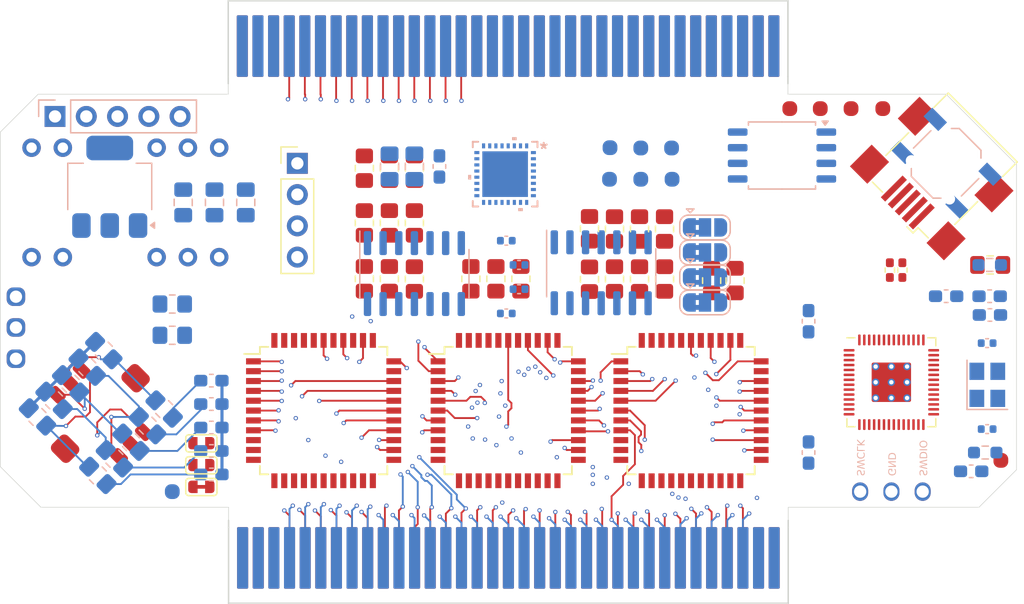
<source format=kicad_pcb>
(kicad_pcb (version 20240108) (generator "pcbnew") (generator_version "8.0")
  (layers (0 "F.Cu" signal) (1 "In1.Cu" signal) (2 "In2.Cu" signal) (31 "B.Cu" signal) (34 "B.Paste" user) (35 "F.Paste" user) (36 "B.SilkS" user "B.Silkscreen") (37 "F.SilkS" user "F.Silkscreen") (38 "B.Mask" user) (39 "F.Mask" user) (44 "Edge.Cuts" user))
  (net 0 "")
  (net 1 "LED_GND")
  (net 2 "LED_5V")
  (net 3 "+3V3")
  (net 4 "+1V1")
  (net 5 "/XIN")
  (net 6 "Net-(C7-Pad1)")
  (net 7 "+18V")
  (net 8 "-3.5V")
  (net 9 "Net-(U2A-+)")
  (net 10 "Net-(U2B-+)")
  (net 11 "Net-(U2C-+)")
  (net 12 "Net-(U2D-+)")
  (net 13 "SW_A")
  (net 14 "SW_PUSH")
  (net 15 "SW_C")
  (net 16 "Net-(U6-AVDRV)")
  (net 17 "Net-(U6-VCOM)")
  (net 18 "SW_B")
  (net 19 "SW_D")
  (net 21 "/USB_D+")
  (net 22 "/USB_D-")
  (net 23 "/SWCLK")
  (net 24 "/SWD")
  (net 25 "I2C_SCL")
  (net 26 "I2C_SDA")
  (net 27 "BOTTOM_RAIL_POS")
  (net 28 "48")
  (net 29 "TOP_RAIL_POS")
  (net 30 "30")
  (net 31 "11")
  (net 32 "41")
  (net 33 "9")
  (net 34 "LED_DATA_IN")
  (net 35 "34")
  (net 36 "29")
  (net 37 "8")
  (net 38 "58")
  (net 39 "TOP_RAIL_NEG")
  (net 40 "53")
  (net 41 "47")
  (net 42 "6")
  (net 43 "31")
  (net 44 "23")
  (net 45 "38")
  (net 46 "50")
  (net 47 "40")
  (net 48 "49")
  (net 49 "5")
  (net 50 "57")
  (net 51 "16")
  (net 52 "17")
  (net 53 "32")
  (net 54 "22")
  (net 55 "56")
  (net 56 "2")
  (net 57 "21")
  (net 58 "36")
  (net 59 "14")
  (net 60 "54")
  (net 61 "55")
  (net 62 "28")
  (net 63 "37")
  (net 64 "10")
  (net 65 "44")
  (net 66 "46")
  (net 67 "60")
  (net 68 "52")
  (net 69 "20")
  (net 70 "25")
  (net 71 "BOTTOM_RAIL_NEG")
  (net 72 "59")
  (net 73 "4")
  (net 74 "19")
  (net 75 "15")
  (net 76 "35")
  (net 77 "1")
  (net 78 "12")
  (net 79 "33")
  (net 80 "39")
  (net 81 "3")
  (net 82 "51")
  (net 83 "18")
  (net 84 "24")
  (net 85 "13")
  (net 86 "42")
  (net 87 "45")
  (net 88 "LED_OUT")
  (net 89 "7")
  (net 90 "26")
  (net 91 "43")
  (net 92 "27")
  (net 93 "ADC_3_RP")
  (net 94 "ADC_3")
  (net 95 "Net-(JP2-C)")
  (net 96 "Net-(JP3-C)")
  (net 97 "ADC_2_RP")
  (net 98 "ADC_2")
  (net 99 "Net-(JP4-C)")
  (net 100 "ADC_1")
  (net 101 "ADC_1_RP")
  (net 102 "ADC_0")
  (net 103 "Net-(JP5-C)")
  (net 104 "ADC_0_RP")
  (net 105 "Net-(U9-USB_DP)")
  (net 106 "Net-(U9-USB_DM)")
  (net 107 "Net-(U14-Y4)")
  (net 108 "/~{USB_BOOT}")
  (net 109 "/QSPI_SS")
  (net 110 "Net-(U4-A)")
  (net 111 "/XOUT")
  (net 112 "Net-(U14-Y1)")
  (net 113 "Net-(U1A--)")
  (net 114 "Net-(U1B--)")
  (net 115 "Net-(U1C--)")
  (net 116 "Net-(U1D--)")
  (net 117 "Net-(U15-Y1)")
  (net 118 "Net-(U13-Y1)")
  (net 119 "AOUT1R")
  (net 120 "Net-(U13-Y2)")
  (net 121 "AOUT1L")
  (net 122 "Net-(U14-Y2)")
  (net 123 "AOUT2L")
  (net 124 "Net-(U15-Y2)")
  (net 125 "Net-(U13-Y4)")
  (net 126 "Net-(U15-Y4)")
  (net 127 "Net-(U9-GPIO0)")
  (net 128 "Select_Probe")
  (net 129 "Button_Probe")
  (net 130 "Net-(U9-GPIO1)")
  (net 131 "Net-(U4-Center)")
  (net 132 "Net-(U4-C)")
  (net 133 "Net-(U4-B)")
  (net 134 "Net-(U4-D)")
  (net 135 "AOUT2R")
  (net 136 "Y3_A")
  (net 137 "Y0_A")
  (net 138 "Y0_B")
  (net 139 "Y0_C")
  (net 140 "Voltage_Probe")
  (net 141 "Y3_B")
  (net 142 "Y3_C")
  (net 143 "GPI0_2")
  (net 144 "PDN")
  (net 145 "SDIN2")
  (net 146 "MCK")
  (net 147 "Net-(U6-AVDD)")
  (net 148 "SDOUT2")
  (net 149 "SDIN1")
  (net 150 "BICK")
  (net 151 "CAD{slash}CSN")
  (net 152 "SDOUT1")
  (net 153 "LRCK")
  (net 154 "/QSPI_SD1")
  (net 155 "/QSPI_SD3")
  (net 156 "/QSPI_SD2")
  (net 157 "/QSPI_SD0")
  (net 158 "/QSPI_SCLK")
  (net 159 "CLK")
  (net 160 "RESET")
  (net 161 "DATA")
  (net 162 "CS_A")
  (net 163 "CS_B")
  (net 164 "CS_C")
  (net 165 "/RUN")
  (footprint "JumperlessFootprints:SolderJumper_2_Bridged_Small" (layer "F.Cu") (at 56.3372 170.4267)
    (property "Reference" "JP7" (hide yes))
    (property "Value" "SolderJumper_2_Bridged" (hide yes))
  )
  (footprint "JumperlessFootprints:RP2040-QFN-56" (layer "F.Cu") (at 112.39 161.93)
    (property "Reference" "U9" (hide yes))
    (property "Value" "RP2040" (hide yes))
  )
  (footprint "JumperlessFootprints:USB_Mini-B_Wuerth_65100516121_Horizontal" (layer "F.Cu") (at 115.563224 145.486777 135)
    (property "Reference" "J1" (hide yes))
    (property "Value" "USB_B_Mini" (hide yes))
  )
  (footprint "Resistor_SMD:R_0805_2012Metric_Pad1.20x1.40mm_HandSolder" (layer "F.Cu") (at 93.964001 149.479 90)
    (property "Reference" "R17" (hide yes))
    (property "Value" "39K" (hide yes))
  )
  (footprint "JumperlessFootprints:LQFP44_Tight" (layer "F.Cu") (at 81.6714 163.83)
    (property "Reference" "U14" (hide yes))
    (property "Value" "CH446X" (hide yes))
  )
  (footprint "JumperlessFootprints:SolderJumper_2_Open_Small" (layer "F.Cu") (at 56.3372 166.8707)
    (property "Reference" "JP1" (hide yes))
    (property "Value" "Power_From_Breadboard" (hide yes))
  )
  (footprint "Resistor_SMD:R_0805_2012Metric_Pad1.20x1.40mm_HandSolder" (layer "F.Cu") (at 80.264 153.527 -90)
    (property "Reference" "R22" (hide yes))
    (property "Value" "22K" (hide yes))
  )
  (footprint "Resistor_SMD:R_0805_2012Metric_Pad1.20x1.40mm_HandSolder" (layer "F.Cu") (at 69.580001 153.527 90)
    (property "Reference" "R25" (hide yes))
    (property "Value" "22K" (hide yes))
  )
  (footprint "Resistor_SMD:R_0805_2012Metric_Pad1.20x1.40mm_HandSolder" (layer "F.Cu") (at 89.900001 149.479 90)
    (property "Reference" "R13" (hide yes))
    (property "Value" "39K" (hide yes))
  )
  (footprint "Resistor_SMD:R_0805_2012Metric_Pad1.20x1.40mm_HandSolder" (layer "F.Cu") (at 78.232 153.527 -90)
    (property "Reference" "R23" (hide yes))
    (property "Value" "22K" (hide yes))
  )
  (footprint "Resistor_SMD:R_0805_2012Metric_Pad1.20x1.40mm_HandSolder" (layer "F.Cu") (at 71.612001 144.542 90)
    (property "Reference" "R9" (hide yes))
    (property "Value" "22K" (hide yes))
  )
  (footprint "JumperlessFootprints:PINHEADER-1x1_vertical" (layer "F.Cu") (at 41.275 154.98 90)
    (property "Reference" "TP13" (hide yes))
    (property "Value" "Voltage_Probe" (hide yes))
  )
  (footprint "JumperlessFootprints:PINHEADER-1x1_vertical" (layer "F.Cu") (at 41.275 160.02 90)
    (property "Reference" "TP6" (hide yes))
    (property "Value" "Select_Probe" (hide yes))
  )
  (footprint "JumperlessFootprints:QA503C" (layer "F.Cu") (at 50.165 151.765)
    (property "Reference" "U12" (hide yes))
    (property "Value" "~" (hide yes))
  )
  (footprint "Connector_PinHeader_2.54mm:PinHeader_1x04_P2.54mm_Vertical" (layer "F.Cu") (at 64.135 144.145)
    (property "Reference" "J5" (hide yes))
    (property "Value" "I2C_OLED_Display" (hide yes))
  )
  (footprint "Resistor_SMD:R_0402_1005Metric_Pad0.72x0.64mm_HandSolder" (layer "F.Cu") (at 113.284 152.8185 -90)
    (property "Reference" "R2" (hide yes))
    (property "Value" "22R" (hide yes))
  )
  (footprint "JumperlessFootprints:Directional_Switch_SKRHADE010" (layer "F.Cu") (at 48.133 164.465)
    (property "Reference" "U4" (hide yes))
    (property "Value" "~" (hide yes))
  )
  (footprint "Resistor_SMD:R_0805_2012Metric_Pad1.20x1.40mm_HandSolder" (layer "F.Cu") (at 97.79 153.67 -90)
    (property "Reference" "R36" (hide yes))
    (property "Value" "2.2K" (hide yes))
  )
  (footprint "Resistor_SMD:R_0805_2012Metric_Pad1.20x1.40mm_HandSolder" (layer "F.Cu") (at 71.612001 153.527 90)
    (property "Reference" "R3" (hide yes))
    (property "Value" "22K" (hide yes))
  )
  (footprint "Resistor_SMD:R_0402_1005Metric_Pad0.72x0.64mm_HandSolder" (layer "F.Cu") (at 112.268 152.8185 -90)
    (property "Reference" "R1" (hide yes))
    (property "Value" "22R" (hide yes))
  )
  (footprint "JumperlessFootprints:LQFP44_Tight" (layer "F.Cu") (at 66.675 163.83)
    (property "Reference" "U13" (hide yes))
    (property "Value" "CH446X" (hide yes))
  )
  (footprint "JumperlessFootprints:TestPoint_D0.75mm" (layer "F.Cu") (at 109.115316 139.7 -90)
    (property "Reference" "TP2" (hide yes))
    (property "Value" "AOUT2L" (hide yes))
  )
  (footprint "Resistor_SMD:R_0805_2012Metric_Pad1.20x1.40mm_HandSolder" (layer "F.Cu") (at 93.964001 153.543 90)
    (property "Reference" "R16" (hide yes))
    (property "Value" "270K" (hide yes))
  )
  (footprint "Capacitor_SMD:C_0805_2012Metric_Pad1.18x1.45mm_HandSolder" (layer "F.Cu") (at 120.4175 152.4)
    (property "Reference" "C1" (hide yes))
    (property "Value" "10u" (hide yes))
  )
  (footprint "Resistor_SMD:R_0805_2012Metric_Pad1.20x1.40mm_HandSolder" (layer "F.Cu") (at 87.868001 149.463 90)
    (property "Reference" "R11" (hide yes))
    (property "Value" "39K" (hide yes))
  )
  (footprint "JumperlessFootprints:HEE70LP03BK_Daughter_Penis" (layer "F.Cu") (at 81.28 173.5328)
    (property "Reference" "J7" (hide yes))
    (property "Value" "Conn_02x35_JumperluxCardEdge" (hide yes))
    (fp_line (start -22.733 -0.381) (end -22.733 0.191) (stroke (width 0.12)) (layer "Edge.Cuts"))
    (fp_line (start -22.733 6.35) (end -22.733 0.191) (stroke (width 0.12)) (layer "Edge.Cuts"))
    (fp_line (start 22.733 -0.381) (end 22.733 0.191) (stroke (width 0.12)) (layer "Edge.Cuts"))
    (fp_line (start 22.733 0.191) (end 22.733 6.35) (stroke (width 0.12)) (layer "Edge.Cuts"))
    (fp_line (start 22.733 6.35) (end -22.733 6.35) (stroke (width 0.12)) (layer "Edge.Cuts"))
  )
  (footprint "JumperlessFootprints:TestPoint_D0.75mm" (layer "F.Cu") (at 111.695316 139.7 -90)
    (property "Reference" "TP1" (hide yes))
    (property "Value" "AOUT2R" (hide yes))
  )
  (footprint "Resistor_SMD:R_0805_2012Metric_Pad1.20x1.40mm_HandSolder" (layer "F.Cu") (at 91.932001 149.479 90)
    (property "Reference" "R15" (hide yes))
    (property "Value" "39K" (hide yes))
  )
  (footprint "JumperlessFootprints:LQFP44_Tight" (layer "F.Cu") (at 96.52 163.83)
    (property "Reference" "U15" (hide yes))
    (property "Value" "CH446X" (hide yes))
  )
  (footprint "JumperlessFootprints:TestPoint_D0.75mm" (layer "F.Cu") (at 106.615316 139.7 -90)
    (property "Reference" "TP3" (hide yes))
    (property "Value" "AOUT1R" (hide yes))
  )
  (footprint "JumperlessFootprints:PINHEADER-1x1_vertical" (layer "F.Cu") (at 41.275 157.48 90)
    (property "Reference" "TP7" (hide yes))
    (property "Value" "Button_Probe" (hide yes))
  )
  (footprint "Resistor_SMD:R_0805_2012Metric_Pad1.20x1.40mm_HandSolder" (layer "F.Cu") (at 73.644001 144.542 90)
    (property "Reference" "R19" (hide yes))
    (property "Value" "22K" (hide yes))
  )
  (footprint "JumperlessFootprints:QA503C" (layer "F.Cu") (at 50.165 142.875)
    (property "Reference" "U12" (hide yes))
    (property "Value" "~" (hide yes))
  )
  (footprint "Resistor_SMD:R_0805_2012Metric_Pad1.20x1.40mm_HandSolder" (layer "F.Cu") (at 87.868001 153.559 90)
    (property "Reference" "R10" (hide yes))
    (property "Value" "270K" (hide yes))
  )
  (footprint "Resistor_SMD:R_0805_2012Metric_Pad1.20x1.40mm_HandSolder" (layer "F.Cu") (at 69.580001 144.542 90)
    (property "Reference" "R21" (hide yes))
    (property "Value" "22K" (hide yes))
  )
  (footprint "Resistor_SMD:R_0805_2012Metric_Pad1.20x1.40mm_HandSolder" (layer "F.Cu") (at 73.644001 148.987 90)
    (property "Reference" "R18" (hide yes))
    (property "Value" "47K" (hide yes))
  )
  (footprint "JumperlessFootprints:TestPoint_D0.75mm" (layer "F.Cu") (at 104.14 139.7 -90)
    (property "Reference" "TP4" (hide yes))
    (property "Value" "AOUT1L" (hide yes))
  )
  (footprint "JumperlessFootprints:SolderJumper_2_Open_Small" (layer "F.Cu") (at 56.3372 168.6487)
    (property "Reference" "JP6" (hide yes))
    (property "Value" "Power_From_Breadboard" (hide yes))
  )
  (footprint "Resistor_SMD:R_0805_2012Metric_Pad1.20x1.40mm_HandSolder" (layer "F.Cu") (at 73.644001 153.543 90)
    (property "Reference" "R26" (hide yes))
    (property "Value" "22K" (hide yes))
  )
  (footprint "Resistor_SMD:R_0805_2012Metric_Pad1.20x1.40mm_HandSolder" (layer "F.Cu") (at 91.932001 153.543 90)
    (property "Reference" "R14" (hide yes))
    (property "Value" "270K" (hide yes))
  )
  (footprint "Resistor_SMD:R_0805_2012Metric_Pad1.20x1.40mm_HandSolder" (layer "F.Cu") (at 99.695 153.67 -90)
    (property "Reference" "R35" (hide yes))
    (property "Value" "2.2K" (hide yes))
  )
  (footprint "Resistor_SMD:R_0805_2012Metric_Pad1.20x1.40mm_HandSolder" (layer "F.Cu") (at 82.296 153.527 -90)
    (property "Reference" "R24" (hide yes))
    (property "Value" "22K" (hide yes))
  )
  (footprint "Resistor_SMD:R_0805_2012Metric_Pad1.20x1.40mm_HandSolder" (layer "F.Cu") (at 89.900001 153.543 90)
    (property "Reference" "R12" (hide yes))
    (property "Value" "270K" (hide yes))
  )
  (footprint "Resistor_SMD:R_0805_2012Metric_Pad1.20x1.40mm_HandSolder" (layer "F.Cu") (at 69.580001 148.987 90)
    (property "Reference" "R20" (hide yes))
    (property "Value" "47K" (hide yes))
  )
  (footprint "Resistor_SMD:R_0805_2012Metric_Pad1.20x1.40mm_HandSolder" (layer "F.Cu") (at 71.612001 148.987 90)
    (property "Reference" "R8" (hide yes))
    (property "Value" "47K" (hide yes))
  )
  (footprint "JumperlessFootprints:TestPoint_D0.75mm" (layer "F.Cu") (at 121.285 168.275 90)
    (property "Reference" "TP16" (hide yes))
    (property "Value" "GPIO_2" (hide yes))
  )
  (footprint "JumperlessFootprints:HEE70LP03BK_Daughter_Penis_Top" (layer "F.Cu") (at 81.2546 137.16)
    (property "Reference" "J6" (hide yes))
    (property "Value" "Conn_02x35_JumperluxCardEdge" (hide yes))
    (fp_line (start -22.733 -6.223) (end -22.733 -0.064) (stroke (width 0.12)) (layer "Edge.Cuts"))
    (fp_line (start -22.733 0.508) (end -22.733 -0.064) (stroke (width 0.12)) (layer "Edge.Cuts"))
    (fp_line (start 22.733 -6.223) (end -22.733 -6.223) (stroke (width 0.12)) (layer "Edge.Cuts"))
    (fp_line (start 22.733 -0.064) (end 22.733 -6.223) (stroke (width 0.12)) (layer "Edge.Cuts"))
    (fp_line (start 22.733 0.508) (end 22.733 -0.064) (stroke (width 0.12)) (layer "Edge.Cuts"))
  )
  (footprint "Capacitor_SMD:C_0805_2012Metric_Pad1.18x1.45mm_HandSolder" (layer "B.Cu") (at 71.628 144.399 90)
    (property "Reference" "C21" (hide yes))
    (property "Value" "2.2uF" (hide yes))
  )
  (footprint "Connector_PinHeader_2.54mm:PinHeader_1x05_P2.54mm_Vertical" (layer "B.Cu") (at 44.45 140.335 -90)
    (property "Reference" "J3" (hide yes))
    (property "Value" "Power" (hide yes))
  )
  (footprint "Jumper:SolderJumper-3_P1.3mm_Bridged2Bar12_RoundedPad1.0x1.5mm" (layer "B.Cu") (at 97.252 149.352)
    (property "Reference" "JP5" (hide yes))
    (property "Value" "SolderJumper_3_Bridged12" (hide yes))
  )
  (footprint "JumperlessFootprints:TestPoint_D0.75mm" (layer "B.Cu") (at 89.495 145.439684)
    (property "Reference" "TP5" (hide yes))
    (property "Value" "Y3_A" (hide yes))
  )
  (footprint "Resistor_SMD:R_0805_2012Metric_Pad1.20x1.40mm_HandSolder" (layer "B.Cu") (at 47.067038 160.704962 135)
    (property "Reference" "R37" (hide yes))
    (property "Value" "47K" (hide yes))
  )
  (footprint "JumperlessFootprints:TestPoint_D0.75mm" (layer "B.Cu") (at 92.035 145.439684)
    (property "Reference" "TP14" (hide yes))
    (property "Value" "Y3_B" (hide yes))
  )
  (footprint "Capacitor_SMD:C_0603_1608Metric_Pad1.08x0.95mm_HandSolder" (layer "B.Cu") (at 116.84 154.94)
    (property "Reference" "C9" (hide yes))
    (property "Value" "1u" (hide yes))
  )
  (footprint "Resistor_SMD:R_0805_2012Metric_Pad1.20x1.40mm_HandSolder" (layer "B.Cu") (at 45.72 162.052 135)
    (property "Reference" "R31" (hide yes))
    (property "Value" "47K" (hide yes))
  )
  (footprint "JumperlessFootprints:TestPoint_D0.75mm" (layer "B.Cu") (at 92.035 142.899684)
    (property "Reference" "TP11" (hide yes))
    (property "Value" "Y0_B" (hide yes))
  )
  (footprint "Capacitor_SMD:C_0402_1005Metric" (layer "B.Cu") (at 82.141 152.4 180)
    (property "Reference" "C15" (hide yes))
    (property "Value" "27p" (hide yes))
  )
  (footprint "Resistor_SMD:R_0805_2012Metric_Pad1.20x1.40mm_HandSolder" (layer "B.Cu") (at 53.975 158.115)
    (property "Reference" "R27" (hide yes))
    (property "Value" "2.2K" (hide yes))
  )
  (footprint "Capacitor_SMD:C_0805_2012Metric_Pad1.18x1.45mm_HandSolder" (layer "B.Cu") (at 57.404 147.32 -90)
    (property "Reference" "C13" (hide yes))
    (property "Value" "10uF" (hide yes))
  )
  (footprint "Resistor_SMD:R_0805_2012Metric_Pad1.20x1.40mm_HandSolder" (layer "B.Cu") (at 44.372962 163.399038 135)
    (property "Reference" "R33" (hide yes))
    (property "Value" "47K" (hide yes))
  )
  (footprint "JumperlessFootprints:PinHeader_1x03_P2.54mm_Vertical" (layer "B.Cu") (at 109.855 170.815 -90)
    (property "Reference" "J2" (hide yes))
    (property "Value" "Debug" (hide yes))
  )
  (footprint "Capacitor_SMD:C_0603_1608Metric_Pad1.08x0.95mm_HandSolder" (layer "B.Cu") (at 57.15 163.703)
    (property "Reference" "C25" (hide yes))
    (property "Value" "0.1uF" (hide yes))
  )
  (footprint "Resistor_SMD:R_0805_2012Metric_Pad1.20x1.40mm_HandSolder" (layer "B.Cu") (at 47.928961 169.495039 135)
    (property "Reference" "R6" (hide yes))
    (property "Value" "10K" (hide yes))
  )
  (footprint "Resistor_SMD:R_0603_1608Metric_Pad0.98x0.95mm_HandSolder" (layer "B.Cu") (at 120.015 167.64)
    (property "Reference" "R7" (hide yes))
    (property "Value" "1k" (hide yes))
  )
  (footprint "JumperlessFootprints:SOIC-14_3.9x8.7mm_P1.27mm" (layer "B.Cu") (at 73.644001 153.1 -90)
    (property "Reference" "U2" (hide yes))
    (property "Value" "LM324" (hide yes))
  )
  (footprint "Capacitor_SMD:C_0603_1608Metric_Pad1.08x0.95mm_HandSolder" (layer "B.Cu") (at 105.664 156.972 90)
    (property "Reference" "C12" (hide yes))
    (property "Value" "1u" (hide yes))
  )
  (footprint "Resistor_SMD:R_0603_1608Metric_Pad0.98x0.95mm_HandSolder" (layer "B.Cu") (at 120.38 152.4)
    (property "Reference" "R4" (hide yes))
    (property "Value" "1k" (hide yes))
  )
  (footprint "Capacitor_SMD:C_0603_1608Metric_Pad1.08x0.95mm_HandSolder" (layer "B.Cu") (at 75.676001 144.399 90)
    (property "Reference" "C5" (hide yes))
    (property "Value" "1u" (hide yes))
  )
  (footprint "Resistor_SMD:R_0805_2012Metric_Pad1.20x1.40mm_HandSolder" (layer "B.Cu") (at 53.975 155.575)
    (property "Reference" "R28" (hide yes))
    (property "Value" "0R" (hide yes))
  )
  (footprint "Capacitor_SMD:C_0805_2012Metric_Pad1.18x1.45mm_HandSolder" (layer "B.Cu") (at 73.644001 144.399 90)
    (property "Reference" "C22" (hide yes))
    (property "Value" "2.2uF" (hide yes))
  )
  (footprint "Capacitor_SMD:C_0603_1608Metric_Pad1.08x0.95mm_HandSolder" (layer "B.Cu") (at 57.15 165.608)
    (property "Reference" "C20" (hide yes))
    (property "Value" "0.1uF" (hide yes))
  )
  (footprint "Capacitor_SMD:C_0402_1005Metric" (layer "B.Cu") (at 82.141 154.37 180)
    (property "Reference" "C16" (hide yes))
    (property "Value" "27p" (hide yes))
  )
  (footprint "Jumper:SolderJumper-3_P1.3mm_Bridged2Bar12_RoundedPad1.0x1.5mm" (layer "B.Cu") (at 97.252 153.416)
    (property "Reference" "JP3" (hide yes))
    (property "Value" "SolderJumper_3_Bridged12" (hide yes))
  )
  (footprint "Resistor_SMD:R_0805_2012Metric_Pad1.20x1.40mm_HandSolder" (layer "B.Cu") (at 50.623038 166.800962 135)
    (property "Reference" "R32" (hide yes))
    (property "Value" "10K" (hide yes))
  )
  (footprint "Resistor_SMD:R_0805_2012Metric_Pad1.20x1.40mm_HandSolder" (layer "B.Cu") (at 53.317115 164.106885 135)
    (property "Reference" "R30" (hide yes))
    (property "Value" "10K" (hide yes))
  )
  (footprint "JumperlessFootprints:TestPoint_D0.75mm" (layer "B.Cu") (at 89.535 142.875)
    (property "Reference" "TP10" (hide yes))
    (property "Value" "Y0_A" (hide yes))
  )
  (footprint "Capacitor_SMD:C_0603_1608Metric_Pad1.08x0.95mm_HandSolder" (layer "B.Cu") (at 57.15 167.512999)
    (property "Reference" "C23" (hide yes))
    (property "Value" "0.1uF" (hide yes))
  )
  (footprint "Capacitor_SMD:C_0603_1608Metric_Pad1.08x0.95mm_HandSolder" (layer "B.Cu") (at 105.664 167.64 -90)
    (property "Reference" "C11" (hide yes))
    (property "Value" "1u" (hide yes))
  )
  (footprint "Resistor_SMD:R_0805_2012Metric_Pad1.20x1.40mm_HandSolder" (layer "B.Cu") (at 49.276 168.148 135)
    (property "Reference" "R34" (hide yes))
    (property "Value" "10K" (hide yes))
  )
  (footprint "JumperlessFootprints:AK4619VN_AKM" (layer "B.Cu") (at 81.014001 145.0232 180)
    (property "Reference" "U6" (hide yes))
    (property "Value" "AK4619VN" (hide yes))
  )
  (footprint "JumperlessFootprints:TestPoint_D0.75mm" (layer "B.Cu") (at 94.535 142.899684)
    (property "Reference" "TP12" (hide yes))
    (property "Value" "Y0_C" (hide yes))
  )
  (footprint "Capacitor_SMD:C_0603_1608Metric_Pad1.08x0.95mm_HandSolder" (layer "B.Cu") (at 120.396 156.464)
    (property "Reference" "C10" (hide yes))
    (property "Value" "1u" (hide yes))
  )
  (footprint "Crystal:Crystal_SMD_3225-4Pin_3.2x2.5mm" (layer "B.Cu") (at 120.185 162.14 90)
    (property "Reference" "Y1" (hide yes))
    (property "Value" "ABLS-12.000MHZ-B4-T" (hide yes))
  )
  (footprint "Capacitor_SMD:C_0402_1005Metric" (layer "B.Cu") (at 81.109001 156.34 180)
    (property "Reference" "C17" (hide yes))
    (property "Value" "27p" (hide yes))
  )
  (footprint "JumperlessFootprints:SOIC-14_3.9x8.7mm_P1.27mm" (layer "B.Cu") (at 88.819001 153.035 -90)
    (property "Reference" "U1" (hide yes))
    (property "Value" "LM324" (hide yes))
  )
  (footprint "Package_TO_SOT_SMD:SOT-223-3_TabPin2" (layer "B.Cu") (at 48.895 146.05 90)
    (property "Reference" "U3" (hide yes))
    (property "Value" "NCP1117-3.3_SOT223" (hide yes))
  )
  (footprint "Resistor_SMD:R_0805_2012Metric_Pad1.20x1.40mm_HandSolder" (layer "B.Cu") (at 43.025923 164.746077 135)
    (property "Reference" "R5" (hide yes))
    (property "Value" "47K" (hide yes))
  )
  (footprint "Resistor_SMD:R_0805_2012Metric_Pad1.20x1.40mm_HandSolder" (layer "B.Cu") (at 51.970076 165.453924 135)
    (property "Reference" "R38" (hide yes))
    (property "Value" "10K" (hide yes))
  )
  (footprint "Capacitor_SMD:C_0603_1608Metric_Pad1.08x0.95mm_HandSolder" (layer "B.Cu") (at 57.15 161.797999)
    (property "Reference" "C19" (hide yes))
    (property "Value" "0.1uF" (hide yes))
  )
  (footprint "Capacitor_SMD:C_0402_1005Metric" (layer "B.Cu") (at 120.17 158.75 180)
    (property "Reference" "C7" (hide yes))
    (property "Value" "27p" (hide yes))
  )
  (footprint "Capacitor_SMD:C_0603_1608Metric_Pad1.08x0.95mm_HandSolder" (layer "B.Cu") (at 120.3745 154.94)
    (property "Reference" "C3" (hide yes))
    (property "Value" "1u" (hide yes))
  )
  (footprint "Jumper:SolderJumper-3_P1.3mm_Bridged2Bar12_RoundedPad1.0x1.5mm" (layer "B.Cu") (at 97.252 155.448)
    (property "Reference" "JP2" (hide yes))
    (property "Value" "SolderJumper_3_Bridged12" (hide yes))
  )
  (footprint "Capacitor_SMD:C_0805_2012Metric_Pad1.18x1.45mm_HandSolder" (layer "B.Cu") (at 54.864 147.32 -90)
    (property "Reference" "C2" (hide yes))
    (property "Value" "10u" (hide yes))
  )
  (footprint "Capacitor_SMD:C_0402_1005Metric" (layer "B.Cu") (at 120.17 165.735)
    (property "Reference" "C6" (hide yes))
    (property "Value" "27p" (hide yes))
  )
  (footprint "JumperlessFootprints:TestPoint_D0.75mm" (layer "B.Cu") (at 94.575 145.439684)
    (property "Reference" "TP15" (hide yes))
    (property "Value" "Y3_C" (hide yes))
  )
  (footprint "Resistor_SMD:R_0805_2012Metric_Pad1.20x1.40mm_HandSolder" (layer "B.Cu") (at 48.414077 159.357923 135)
    (property "Reference" "R29" (hide yes))
    (property "Value" "47K" (hide yes))
  )
  (footprint "Capacitor_SMD:C_0603_1608Metric_Pad1.08x0.95mm_HandSolder" (layer "B.Cu") (at 57.15 169.418)
    (property "Reference" "C18" (hide yes))
    (property "Value" "0.1uF" (hide yes))
  )
  (footprint "Capacitor_SMD:C_0603_1608Metric_Pad1.08x0.95mm_HandSolder" (layer "B.Cu") (at 118.872 169.164)
    (property "Reference" "C4" (hide yes))
    (property "Value" "1u" (hide yes))
  )
  (footprint "Capacitor_SMD:C_0805_2012Metric_Pad1.18x1.45mm_HandSolder" (layer "B.Cu") (at 59.944 147.32 90)
    (property "Reference" "C8" (hide yes))
    (property "Value" "10uF" (hide yes))
  )
  (footprint "Jumper:SolderJumper-3_P1.3mm_Bridged2Bar12_RoundedPad1.0x1.5mm" (layer "B.Cu") (at 97.252 151.384)
    (property "Reference" "JP4" (hide yes))
    (property "Value" "SolderJumper_3_Bridged12" (hide yes))
  )
  (footprint "Button_Switch_SMD:SW_SPST_TL3342" (layer "B.Cu") (at 116.84 144.145 135)
    (property "Reference" "SW1" (hide yes))
    (property "Value" "USB BOOT" (hide yes))
  )
  (footprint "Package_SO:SOIC-8_5.23x5.23mm_P1.27mm" (layer "B.Cu") (at 103.505 143.51 180)
    (property "Reference" "U8" (hide yes))
    (property "Value" "W25Q128JVS" (hide yes))
  )
  (footprint "JumperlessFootprints:TestPoint_D0.75mm" (layer "B.Cu") (at 53.975 170.815 -90)
    (property "Reference" "TP21" (hide yes))
    (property "Value" "LED_IN" (hide yes))
  )
  (footprint "Capacitor_SMD:C_0402_1005Metric" (layer "B.Cu") (at 81.109001 150.43 180)
    (property "Reference" "C14" (hide yes))
    (property "Value" "27p" (hide yes))
  )
  (gr_line (start 58.5216 138.5316) (end 43.0784 138.5316) (stroke (width 0.05)) (layer "Edge.Cuts"))
  (gr_line (start 119.507 172.085) (end 122.555 169.037) (stroke (width 0.05)) (layer "Edge.Cuts"))
  (gr_line (start 104.013 173.1518) (end 104.013 172.085) (stroke (width 0.05)) (layer "Edge.Cuts"))
  (gr_line (start 116.84 138.5316) (end 122.555 144.2466) (stroke (width 0.05)) (layer "Edge.Cuts"))
  (gr_line (start 43.307 172.085) (end 40.005 168.783) (stroke (width 0.05)) (layer "Edge.Cuts"))
  (gr_line (start 58.547 172.085) (end 43.307 172.085) (stroke (width 0.05)) (layer "Edge.Cuts"))
  (gr_line (start 103.9876 137.668) (end 103.9876 138.5316) (stroke (width 0.05)) (layer "Edge.Cuts"))
  (gr_line (start 58.547 173.1518) (end 58.547 172.085) (stroke (width 0.05)) (layer "Edge.Cuts"))
  (gr_line (start 43.0784 138.5316) (end 40.005 141.605) (stroke (width 0.05)) (layer "Edge.Cuts"))
  (gr_line (start 40.005 141.605) (end 40.005 168.783) (stroke (width 0.05)) (layer "Edge.Cuts"))
  (gr_line (start 58.5216 137.668) (end 58.5216 138.5316) (stroke (width 0.05)) (layer "Edge.Cuts"))
  (gr_line (start 103.9876 138.5316) (end 116.84 138.5316) (stroke (width 0.05)) (layer "Edge.Cuts"))
  (gr_line (start 104.013 172.085) (end 119.507 172.085) (stroke (width 0.05)) (layer "Edge.Cuts"))
  (gr_line (start 122.555 144.2466) (end 122.555 169.037) (stroke (width 0.05)) (layer "Edge.Cuts"))
  (segment (start 58.012501 161.797999) (end 58.012501 169.418) (width 0.25) (layer "B.Cu") (net 1))
  (segment (start 42.318816 164.03897) (end 47.70697 158.650816) (width 0.25) (layer "B.Cu") (net 3))
  (segment (start 49.802796 170.202146) (end 50.586942 169.418) (width 0.15) (layer "B.Cu") (net 13))
  (segment (start 48.636068 170.202146) (end 49.802796 170.202146) (width 0.15) (layer "B.Cu") (net 13))
  (segment (start 50.586942 169.418) (end 56.287499 169.418) (width 0.15) (layer "B.Cu") (net 13))
  (segment (start 54.024222 164.813992) (end 54.024222 164.061276) (width 0.15) (layer "B.Cu") (net 14))
  (segment (start 54.024222 164.061276) (end 56.287499 161.797999) (width 0.15) (layer "B.Cu") (net 14))
  (segment (start 51.330145 167.508069) (end 54.38743 167.508069) (width 0.15) (layer "B.Cu") (net 15))
  (segment (start 54.38743 167.508069) (end 56.287499 165.608) (width 0.15) (layer "B.Cu") (net 15))
  (segment (start 49.983107 168.855107) (end 54.945391 168.855107) (width 0.15) (layer "B.Cu") (net 18))
  (segment (start 54.945391 168.855107) (end 56.287499 167.512999) (width 0.15) (layer "B.Cu") (net 18))
  (segment (start 54.304468 166.161031) (end 56.287499 164.178) (width 0.15) (layer "B.Cu") (net 19))
  (segment (start 52.677183 166.161031) (end 54.304468 166.161031) (width 0.15) (layer "B.Cu") (net 19))
  (segment (start 56.287499 164.178) (end 56.287499 163.703) (width 0.15) (layer "B.Cu") (net 19))
  (segment (start 90.4136 162.6308) (end 93.0202 162.6308) (width 0.15) (layer "F.Cu") (net 28))
  (segment (start 93.0202 162.6308) (end 93.98 161.671) (width 0.15) (layer "F.Cu") (net 28))
  (via (at 95.094953 171.293) (size 0.35) (drill 0.2) (layers "F.Cu" "B.Cu") (net 28))
  (via (at 93.98 161.671) (size 0.35) (drill 0.2) (layers "F.Cu" "B.Cu") (net 28))
  (via (at 84.582 172.974) (size 0.35) (drill 0.2) (layers "F.Cu" "B.Cu") (net 28))
  (segment (start 85.09 173.482) (end 85.09 176.1998) (width 0.15) (layer "B.Cu") (net 28))
  (segment (start 84.582 172.974) (end 85.09 173.482) (width 0.15) (layer "B.Cu") (net 28))
  (segment (start 76.922919 164.838719) (end 78.740004 164.838719) (width 0.15) (layer "F.Cu") (net 30))
  (segment (start 76.315 164.2308) (end 76.922919 164.838719) (width 0.15) (layer "F.Cu") (net 30))
  (segment (start 100.33 176.1998) (end 100.33 172.167359) (width 0.15) (layer "F.Cu") (net 30))
  (segment (start 75.565 164.2308) (end 76.315 164.2308) (width 0.15) (layer "F.Cu") (net 30))
  (segment (start 100.33 172.167359) (end 100.120641 171.958) (width 0.15) (layer "F.Cu") (net 30))
  (via (at 100.120641 171.958) (size 0.35) (drill 0.2) (layers "F.Cu" "B.Cu") (net 30))
  (via (at 78.740004 164.838719) (size 0.35) (drill 0.2) (layers "F.Cu" "B.Cu") (net 30))
  (via (at 100.068 164.5308) (size 0.35) (drill 0.2) (layers "F.Cu" "B.Cu") (net 30))
  (segment (start 60.5686 165.0308) (end 62.5418 165.0308) (width 0.15) (layer "F.Cu") (net 31))
  (segment (start 76.1746 139.039598) (end 76.200002 139.065) (width 0.15) (layer "F.Cu") (net 31))
  (segment (start 76.2 172.599638) (end 76.644225 172.155413) (width 0.15) (layer "F.Cu") (net 31))
  (segment (start 76.2 176.1998) (end 76.2 172.599638) (width 0.15) (layer "F.Cu") (net 31))
  (segment (start 62.5418 165.0308) (end 62.611 165.1) (width 0.15) (layer "F.Cu") (net 31))
  (segment (start 76.1746 134.62) (end 76.1746 139.039598) (width 0.15) (layer "F.Cu") (net 31))
  (via (at 76.200002 139.065) (size 0.35) (drill 0.2) (layers "F.Cu" "B.Cu") (net 31))
  (via (at 62.611 165.1) (size 0.35) (drill 0.2) (layers "F.Cu" "B.Cu") (net 31))
  (via (at 74.707677 169.441346) (size 0.35) (drill 0.2) (layers "F.Cu" "B.Cu") (net 31))
  (via (at 78.008693 165.52762) (size 0.35) (drill 0.2) (layers "F.Cu" "B.Cu") (net 31))
  (via (at 76.644225 172.155413) (size 0.35) (drill 0.2) (layers "F.Cu" "B.Cu") (net 31))
  (segment (start 76.644225 172.155413) (end 76.644225 171.048489) (width 0.15) (layer "B.Cu") (net 31))
  (segment (start 75.037082 169.441346) (end 74.707677 169.441346) (width 0.15) (layer "B.Cu") (net 31))
  (segment (start 76.644225 171.048489) (end 75.037082 169.441346) (width 0.15) (layer "B.Cu") (net 31))
  (segment (start 100.1702 161.8308) (end 100.076 161.925) (width 0.15) (layer "F.Cu") (net 32))
  (segment (start 101.8136 161.8308) (end 100.1702 161.8308) (width 0.15) (layer "F.Cu") (net 32))
  (via (at 75.7 172.847) (size 0.35) (drill 0.2) (layers "F.Cu" "B.Cu") (net 32))
  (via (at 80.73282 161.833593) (size 0.35) (drill 0.2) (layers "F.Cu" "B.Cu") (net 32))
  (via (at 100.076 161.925) (size 0.35) (drill 0.2) (layers "F.Cu" "B.Cu") (net 32))
  (segment (start 76.2 176.1998) (end 76.2 173.347) (width 0.15) (layer "B.Cu") (net 32))
  (segment (start 76.2 173.347) (end 75.7 172.847) (width 0.15) (layer "B.Cu") (net 32))
  (segment (start 73.66 139.065) (end 73.6346 139.0396) (width 0.15) (layer "F.Cu") (net 33))
  (segment (start 73.913997 173.445804) (end 73.913997 172.084997) (width 0.15) (layer "F.Cu") (net 33))
  (segment (start 73.66 176.1998) (end 73.66 173.699801) (width 0.15) (layer "F.Cu") (net 33))
  (segment (start 73.66 173.699801) (end 73.913997 173.445804) (width 0.15) (layer "F.Cu") (net 33))
  (segment (start 73.6346 139.0396) (end 73.6346 134.62) (width 0.15) (layer "F.Cu") (net 33))
  (segment (start 60.5686 163.4308) (end 62.8468 163.4308) (width 0.15) (layer "F.Cu") (net 33))
  (segment (start 62.8468 163.4308) (end 62.865 163.449) (width 0.15) (layer "F.Cu") (net 33))
  (via (at 78.764638 163.588169) (size 0.35) (drill 0.2) (layers "F.Cu" "B.Cu") (net 33))
  (via (at 73.66 139.065) (size 0.35) (drill 0.2) (layers "F.Cu" "B.Cu") (net 33))
  (via (at 62.865 163.449) (size 0.35) (drill 0.2) (layers "F.Cu" "B.Cu") (net 33))
  (via (at 73.913997 172.084997) (size 0.35) (drill 0.2) (layers "F.Cu" "B.Cu") (net 33))
  (via (at 73.115042 169.218547) (size 0.35) (drill 0.2) (layers "F.Cu" "B.Cu") (net 33))
  (segment (start 73.913997 170.017502) (end 73.115042 169.218547) (width 0.15) (layer "B.Cu") (net 33))
  (segment (start 73.913997 172.084997) (end 73.913997 170.017502) (width 0.15) (layer "B.Cu") (net 33))
  (segment (start 86.0158 167.4308) (end 85.852 167.267) (width 0.15) (layer "F.Cu") (net 35))
  (segment (start 86.965 167.4308) (end 86.0158 167.4308) (width 0.15) (layer "F.Cu") (net 35))
  (via (at 67.691 168.394) (size 0.35) (drill 0.2) (layers "F.Cu" "B.Cu") (net 35))
  (via (at 67.564 171.958) (size 0.35) (drill 0.2) (layers "F.Cu" "B.Cu") (net 35))
  (via (at 85.852 167.267) (size 0.35) (drill 0.2) (layers "F.Cu" "B.Cu") (net 35))
  (segment (start 67.31 172.212) (end 67.564 171.958) (width 0.15) (layer "B.Cu") (net 35))
  (segment (start 67.31 176.1998) (end 67.31 172.212) (width 0.15) (layer "B.Cu") (net 35))
  (segment (start 79.364243 163.423854) (end 79.364243 163.610014) (width 0.15) (layer "F.Cu") (net 36))
  (segment (start 75.565 163.4308) (end 77.8692 163.4308) (width 0.15) (layer "F.Cu") (net 36))
  (segment (start 99.06 176.1998) (end 98.975997 176.115797) (width 0.15) (layer "F.Cu") (net 36))
  (segment (start 79.054389 163.114) (end 79.364243 163.423854) (width 0.15) (layer "F.Cu") (net 36))
  (segment (start 77.8692 163.4308) (end 78.186 163.114) (width 0.15) (layer "F.Cu") (net 36))
  (segment (start 98.975997 172.042011) (end 99.06 171.958008) (width 0.15) (layer "F.Cu") (net 36))
  (segment (start 98.975997 176.115797) (end 98.975997 172.042011) (width 0.15) (layer "F.Cu") (net 36))
  (segment (start 78.186 163.114) (end 79.054389 163.114) (width 0.15) (layer "F.Cu") (net 36))
  (via (at 79.364243 163.610014) (size 0.35) (drill 0.2) (layers "F.Cu" "B.Cu") (net 36))
  (via (at 98.179 163.834969) (size 0.35) (drill 0.2) (layers "F.Cu" "B.Cu") (net 36))
  (via (at 99.06 171.958008) (size 0.35) (drill 0.2) (layers "F.Cu" "B.Cu") (net 36))
  (segment (start 72.39 172.338992) (end 72.699664 172.029328) (width 0.15) (layer "F.Cu") (net 37))
  (segment (start 62.8088 162.6308) (end 62.865 162.687) (width 0.15) (layer "F.Cu") (net 37))
  (segment (start 72.3646 139.0396) (end 72.3646 134.62) (width 0.15) (layer "F.Cu") (net 37))
  (segment (start 72.39 176.1998) (end 72.39 172.338992) (width 0.15) (layer "F.Cu") (net 37))
  (segment (start 72.39 139.065) (end 72.3646 139.0396) (width 0.15) (layer "F.Cu") (net 37))
  (segment (start 60.5686 162.6308) (end 62.8088 162.6308) (width 0.15) (layer "F.Cu") (net 37))
  (via (at 62.865 162.687) (size 0.35) (drill 0.2) (layers "F.Cu" "B.Cu") (net 37))
  (via (at 72.699664 172.029328) (size 0.35) (drill 0.2) (layers "F.Cu" "B.Cu") (net 37))
  (via (at 72.517 169.418) (size 0.35) (drill 0.2) (layers "F.Cu" "B.Cu") (net 37))
  (via (at 78.620301 162.640165) (size 0.35) (drill 0.2) (layers "F.Cu" "B.Cu") (net 37))
  (via (at 72.39 139.065) (size 0.35) (drill 0.2) (layers "F.Cu" "B.Cu") (net 37))
  (segment (start 72.699664 169.600664) (end 72.517 169.418) (width 0.15) (layer "B.Cu") (net 37))
  (segment (start 72.699664 172.029328) (end 72.699664 169.600664) (width 0.15) (layer "B.Cu") (net 37))
  (segment (start 99.3136 158.5308) (end 99.3136 160.118046) (width 0.15) (layer "F.Cu") (net 38))
  (segment (start 99.3136 160.118046) (end 98.165646 161.266) (width 0.15) (layer "F.Cu") (net 38))
  (via (at 98.165646 161.266) (size 0.35) (drill 0.2) (layers "F.Cu" "B.Cu") (net 38))
  (via (at 98.298 172.72) (size 0.35) (drill 0.2) (layers "F.Cu" "B.Cu") (net 38))
  (segment (start 97.79 173.228) (end 97.79 176.1998) (width 0.15) (layer "B.Cu") (net 38))
  (segment (start 98.298 172.72) (end 97.79 173.228) (width 0.15) (layer "B.Cu") (net 38))
  (segment (start 101.8136 166.6308) (end 97.918262 166.6308) (width 0.15) (layer "F.Cu") (net 40))
  (segment (start 97.918262 166.6308) (end 97.878998 166.591536) (width 0.15) (layer "F.Cu") (net 40))
  (via (at 97.878998 166.591536) (size 0.35) (drill 0.2) (layers "F.Cu" "B.Cu") (net 40))
  (via (at 90.805 173.101) (size 0.35) (drill 0.2) (layers "F.Cu" "B.Cu") (net 40))
  (via (at 91.059 170.18) (size 0.35) (drill 0.2) (layers "F.Cu" "B.Cu") (net 40))
  (segment (start 90.805 173.101) (end 91.44 173.736) (width 0.15) (layer "B.Cu") (net 40))
  (segment (start 91.44 173.736) (end 91.44 176.1998) (width 0.15) (layer "B.Cu") (net 40))
  (segment (start 92.8042 161.8308) (end 92.964 161.671) (width 0.15) (layer "F.Cu") (net 41))
  (segment (start 90.4136 161.8308) (end 92.8042 161.8308) (width 0.15) (layer "F.Cu") (net 41))
  (via (at 94.593106 170.998545) (size 0.35) (drill 0.2) (layers "F.Cu" "B.Cu") (net 41))
  (via (at 83.312 172.847) (size 0.35) (drill 0.2) (layers "F.Cu" "B.Cu") (net 41))
  (via (at 92.964 161.671) (size 0.35) (drill 0.2) (layers "F.Cu" "B.Cu") (net 41))
  (segment (start 83.82 173.355) (end 83.82 176.1998) (width 0.15) (layer "B.Cu") (net 41))
  (segment (start 83.312 172.847) (end 83.82 173.355) (width 0.15) (layer "B.Cu") (net 41))
  (segment (start 69.85 172.966) (end 69.35 172.466) (width 0.15) (layer "F.Cu") (net 42))
  (segment (start 69.952435 165.8308) (end 69.35 166.433235) (width 0.15) (layer "F.Cu") (net 42))
  (segment (start 69.8246 134.62) (end 69.8246 139.0396) (width 0.15) (layer "F.Cu") (net 42))
  (segment (start 69.85 176.1998) (end 69.85 172.966) (width 0.15) (layer "F.Cu") (net 42))
  (segment (start 69.8246 139.0396) (end 69.85 139.065) (width 0.15) (layer "F.Cu") (net 42))
  (segment (start 71.9686 165.8308) (end 69.952435 165.8308) (width 0.15) (layer "F.Cu") (net 42))
  (via (at 69.35 172.466) (size 0.35) (drill 0.2) (layers "F.Cu" "B.Cu") (net 42))
  (via (at 69.85 139.065) (size 0.35) (drill 0.2) (layers "F.Cu" "B.Cu") (net 42))
  (via (at 69.35 166.433235) (size 0.35) (drill 0.2) (layers "F.Cu" "B.Cu") (net 42))
  (segment (start 74.631281 165.0308) (end 74.297678 164.697197) (width 0.15) (layer "F.Cu") (net 43))
  (segment (start 75.565 165.0308) (end 74.631281 165.0308) (width 0.15) (layer "F.Cu") (net 43))
  (via (at 63.7669 171.958) (size 0.35) (drill 0.2) (layers "F.Cu" "B.Cu") (net 43))
  (via (at 64.008 164.846) (size 0.35) (drill 0.2) (layers "F.Cu" "B.Cu") (net 43))
  (via (at 74.297678 164.697197) (size 0.35) (drill 0.2) (layers "F.Cu" "B.Cu") (net 43))
  (segment (start 63.5 176.1998) (end 63.5 172.2249) (width 0.15) (layer "B.Cu") (net 43))
  (segment (start 63.5 172.2249) (end 63.7669 171.958) (width 0.15) (layer "B.Cu") (net 43))
  (segment (start 88.325686 163.4308) (end 88.934486 162.822) (width 0.15) (layer "F.Cu") (net 44))
  (segment (start 91.44 176.1998) (end 91.44 172.704) (width 0.15) (layer "F.Cu") (net 44))
  (segment (start 91.44 172.704) (end 91.559 172.585) (width 0.15) (layer "F.Cu") (net 44))
  (segment (start 86.965 163.4308) (end 88.325686 163.4308) (width 0.15) (layer "F.Cu") (net 44))
  (via (at 88.934486 162.822) (size 0.35) (drill 0.2) (layers "F.Cu" "B.Cu") (net 44))
  (via (at 91.559 172.585) (size 0.35) (drill 0.2) (layers "F.Cu" "B.Cu") (net 44))
  (segment (start 84.465 159.492729) (end 85.035322 160.063051) (width 0.15) (layer "F.Cu") (net 45))
  (segment (start 84.465 158.5308) (end 84.465 159.492729) (width 0.15) (layer "F.Cu") (net 45))
  (via (at 85.035322 160.063051) (size 0.35) (drill 0.2) (layers "F.Cu" "B.Cu") (net 45))
  (via (at 88.138 169.452997) (size 0.35) (drill 0.2) (layers "F.Cu" "B.Cu") (net 45))
  (via (at 71.89 172.72) (size 0.35) (drill 0.2) (layers "F.Cu" "B.Cu") (net 45))
  (segment (start 72.39 173.22) (end 71.89 172.72) (width 0.15) (layer "B.Cu") (net 45))
  (segment (start 72.39 176.1998) (end 72.39 173.22) (width 0.15) (layer "B.Cu") (net 45))
  (segment (start 90.4136 164.2308) (end 91.1636 164.2308) (width 0.15) (layer "F.Cu") (net 46))
  (segment (start 91.1636 164.2308) (end 92.356446 165.423646) (width 0.15) (layer "F.Cu") (net 46))
  (segment (start 92.356446 165.423646) (end 92.356446 166.596554) (width 0.15) (layer "F.Cu") (net 46))
  (via (at 85.217 168.021) (size 0.35) (drill 0.2) (layers "F.Cu" "B.Cu") (net 46))
  (via (at 92.356446 166.596554) (size 0.35) (drill 0.2) (layers "F.Cu" "B.Cu") (net 46))
  (via (at 87.122 173.101) (size 0.35) (drill 0.2) (layers "F.Cu" "B.Cu") (net 46))
  (segment (start 87.122 173.101) (end 87.63 173.609) (width 0.15) (layer "B.Cu") (net 46))
  (segment (start 87.63 173.609) (end 87.63 176.1998) (width 0.15) (layer "B.Cu") (net 46))
  (segment (start 81.265 158.5308) (end 81.265 163.361893) (width 0.15) (layer "F.Cu") (net 47))
  (segment (start 81.265 165.386215) (end 81.11934 165.531875) (width 0.15) (layer "F.Cu") (net 47))
  (segment (start 81.526 164.037107) (end 81.265 164.298107) (width 0.15) (layer "F.Cu") (net 47))
  (segment (start 81.526 163.622893) (end 81.526 164.037107) (width 0.15) (layer "F.Cu") (net 47))
  (segment (start 81.265 163.361893) (end 81.526 163.622893) (width 0.15) (layer "F.Cu") (net 47))
  (segment (start 81.265 164.298107) (end 81.265 165.386215) (width 0.15) (layer "F.Cu") (net 47))
  (via (at 81.11934 165.531875) (size 0.35) (drill 0.2) (layers "F.Cu" "B.Cu") (net 47))
  (via (at 74.43 172.747446) (size 0.35) (drill 0.2) (layers "F.Cu" "B.Cu") (net 47))
  (via (at 80.78 171.704) (size 0.35) (drill 0.2) (layers "F.Cu" "B.Cu") (net 47))
  (segment (start 74.93 173.247446) (end 74.43 172.747446) (width 0.15) (layer "B.Cu") (net 47))
  (segment (start 74.93 176.1998) (end 74.93 173.247446) (width 0.15) (layer "B.Cu") (net 47))
  (segment (start 93.2362 163.4308) (end 94.869 161.798) (width 0.15) (layer "F.Cu") (net 48))
  (segment (start 90.4136 163.4308) (end 93.2362 163.4308) (width 0.15) (layer "F.Cu") (net 48))
  (via (at 95.669143 171.394642) (size 0.35) (drill 0.2) (layers "F.Cu" "B.Cu") (net 48))
  (via (at 85.852 173.101) (size 0.35) (drill 0.2) (layers "F.Cu" "B.Cu") (net 48))
  (via (at 94.869 161.798) (size 0.35) (drill 0.2) (layers "F.Cu" "B.Cu") (net 48))
  (segment (start 85.852 173.101) (end 86.36 173.609) (width 0.15) (layer "B.Cu") (net 48))
  (segment (start 86.36 173.609) (end 86.36 176.1998) (width 0.15) (layer "B.Cu") (net 48))
  (segment (start 68.5546 139.0396) (end 68.5546 134.62) (width 0.15) (layer "F.Cu") (net 49))
  (segment (start 68.58 176.1998) (end 68.58 172.947068) (width 0.15) (layer "F.Cu") (net 49))
  (segment (start 68.58 139.065) (end 68.5546 139.0396) (width 0.15) (layer "F.Cu") (net 49))
  (segment (start 68.109565 165.0308) (end 67.8987 165.241665) (width 0.15) (layer "F.Cu") (net 49))
  (segment (start 71.9686 165.0308) (end 68.109565 165.0308) (width 0.15) (layer "F.Cu") (net 49))
  (segment (start 68.58 172.947068) (end 68.127521 172.494589) (width 0.15) (layer "F.Cu") (net 49))
  (via (at 67.8987 165.241665) (size 0.35) (drill 0.2) (layers "F.Cu" "B.Cu") (net 49))
  (via (at 68.127521 172.494589) (size 0.35) (drill 0.2) (layers "F.Cu" "B.Cu") (net 49))
  (via (at 68.58 139.065) (size 0.35) (drill 0.2) (layers "F.Cu" "B.Cu") (net 49))
  (segment (start 98.372753 161.766) (end 97.885 161.766) (width 0.15) (layer "F.Cu") (net 50))
  (segment (start 101.8136 160.2308) (end 99.907953 160.2308) (width 0.15) (layer "F.Cu") (net 50))
  (segment (start 97.885 161.766) (end 97.282 161.163) (width 0.15) (layer "F.Cu") (net 50))
  (segment (start 99.907953 160.2308) (end 98.372753 161.766) (width 0.15) (layer "F.Cu") (net 50))
  (via (at 97.282 161.163) (size 0.35) (drill 0.2) (layers "F.Cu" "B.Cu") (net 50))
  (via (at 96.951808 172.58317) (size 0.35) (drill 0.2) (layers "F.Cu" "B.Cu") (net 50))
  (segment (start 96.52 176.1998) (end 96.52 173.014978) (width 0.15) (layer "B.Cu") (net 50))
  (segment (start 96.52 173.014978) (end 96.951808 172.58317) (width 0.15) (layer "B.Cu") (net 50))
  (segment (start 62.8598 161.0308) (end 62.865 161.036) (width 0.15) (layer "F.Cu") (net 51))
  (segment (start 82.55 176.1998) (end 82.55 172.366364) (width 0.15) (layer "F.Cu") (net 51))
  (segment (start 60.5686 161.0308) (end 62.8598 161.0308) (width 0.15) (layer "F.Cu") (net 51))
  (segment (start 82.55 172.366364) (end 82.685 172.231364) (width 0.15) (layer "F.Cu") (net 51))
  (via (at 82.56484 161.323466) (size 0.35) (drill 0.2) (layers "F.Cu" "B.Cu") (net 51))
  (via (at 62.865 161.036) (size 0.35) (drill 0.2) (layers "F.Cu" "B.Cu") (net 51))
  (via (at 82.685 172.231364) (size 0.35) (drill 0.2) (layers "F.Cu" "B.Cu") (net 51))
  (segment (start 71.9686 160.2308) (end 72.4818 160.2308) (width 0.15) (layer "F.Cu") (net 52))
  (segment (start 72.4818 160.2308) (end 73.025 160.774) (width 0.15) (layer "F.Cu") (net 52))
  (segment (start 83.82 172.347) (end 83.812 172.339) (width 0.15) (layer "F.Cu") (net 52))
  (segment (start 83.82 176.1998) (end 83.82 172.347) (width 0.15) (layer "F.Cu") (net 52))
  (via (at 73.025 160.774) (size 0.35) (drill 0.2) (layers "F.Cu" "B.Cu") (net 52))
  (via (at 82.908577 160.831685) (size 0.35) (drill 0.2) (layers "F.Cu" "B.Cu") (net 52))
  (via (at 83.812 172.339) (size 0.35) (drill 0.2) (layers "F.Cu" "B.Cu") (net 52))
  (segment (start 75.565 165.8308) (end 74.447329 165.8308) (width 0.15) (layer "F.Cu") (net 53))
  (segment (start 74.447329 165.8308) (end 74.280932 165.997197) (width 0.15) (layer "F.Cu") (net 53))
  (via (at 65.024 166.624) (size 0.35) (drill 0.2) (layers "F.Cu" "B.Cu") (net 53))
  (via (at 65.024 171.831) (size 0.35) (drill 0.2) (layers "F.Cu" "B.Cu") (net 53))
  (via (at 74.280932 165.997197) (size 0.35) (drill 0.2) (layers "F.Cu" "B.Cu") (net 53))
  (segment (start 64.77 176.1998) (end 64.77 172.085) (width 0.15) (layer "B.Cu") (net 53))
  (segment (start 64.77 172.085) (end 65.024 171.831) (width 0.15) (layer "B.Cu") (net 53))
  (segment (start 90.17 176.1998) (end 90.17 172.585) (width 0.15) (layer "F.Cu") (net 54))
  (segment (start 86.965 162.6308) (end 87.719428 162.6308) (width 0.15) (layer "F.Cu") (net 54))
  (segment (start 87.719428 162.6308) (end 88.032023 162.318205) (width 0.15) (layer "F.Cu") (net 54))
  (via (at 90.17 172.585) (size 0.35) (drill 0.2) (layers "F.Cu" "B.Cu") (net 54))
  (via (at 88.032023 162.318205) (size 0.35) (drill 0.2) (layers "F.Cu" "B.Cu") (net 54))
  (segment (start 91.9428 161.0308) (end 92.202 161.29) (width 0.15) (layer "F.Cu") (net 55))
  (segment (start 90.4136 161.0308) (end 91.9428 161.0308) (width 0.15) (layer "F.Cu") (net 55))
  (via (at 95.758 172.974) (size 0.35) (drill 0.2) (layers "F.Cu" "B.Cu") (net 55))
  (via (at 92.202 161.29) (size 0.35) (drill 0.2) (layers "F.Cu" "B.Cu") (net 55))
  (segment (start 95.758 172.974) (end 95.25 173.482) (width 0.15) (layer "B.Cu") (net 55))
  (segment (start 95.25 173.482) (end 95.25 176.1998) (width 0.15) (layer "B.Cu") (net 55))
  (segment (start 64.9532 162.6308) (end 64.516 163.068) (width 0.15) (layer "F.Cu") (net 56))
  (segment (start 64.77 172.763095) (end 64.300619 172.293714) (width 0.15) (layer "F.Cu") (net 56))
  (segment (start 64.77 176.1998) (end 64.77 172.763095) (width 0.15) (layer "F.Cu") (net 56))
  (segment (start 64.7446 138.5316) (end 64.7446 134.62) (width 0.15) (layer "F.Cu") (net 56))
  (segment (start 71.9686 162.6308) (end 64.9532 162.6308) (width 0.15) (layer "F.Cu") (net 56))
  (segment (start 64.77 138.557) (end 64.7446 138.5316) (width 0.15) (layer "F.Cu") (net 56))
  (segment (start 64.77 138.938) (end 64.77 138.557) (width 0.15) (layer "F.Cu") (net 56))
  (via (at 64.516 163.068) (size 0.35) (drill 0.2) (layers "F.Cu" "B.Cu") (net 56))
  (via (at 64.77 138.938) (size 0.35) (drill 0.2) (layers "F.Cu" "B.Cu") (net 56))
  (via (at 64.300619 172.293714) (size 0.35) (drill 0.2) (layers "F.Cu" "B.Cu") (net 56))
  (segment (start 88.9 176.1998) (end 88.9 172.255026) (width 0.15) (layer "F.Cu") (net 57))
  (segment (start 88.102134 161.8308) (end 88.142934 161.79) (width 0.15) (layer "F.Cu") (net 57))
  (segment (start 88.9 172.255026) (end 88.864974 172.22) (width 0.15) (layer "F.Cu") (net 57))
  (segment (start 86.965 161.8308) (end 88.102134 161.8308) (width 0.15) (layer "F.Cu") (net 57))
  (via (at 88.142934 161.79) (size 0.35) (drill 0.2) (layers "F.Cu" "B.Cu") (net 57))
  (via (at 88.864974 172.22) (size 0.35) (drill 0.2) (layers "F.Cu" "B.Cu") (net 57))
  (segment (start 73.965554 160.181354) (end 73.965554 158.623) (width 0.15) (layer "F.Cu") (net 58))
  (segment (start 74.815 161.0308) (end 73.965554 160.181354) (width 0.15) (layer "F.Cu") (net 58))
  (segment (start 75.565 161.0308) (end 74.815 161.0308) (width 0.15) (layer "F.Cu") (net 58))
  (via (at 70.096 156.963479) (size 0.35) (drill 0.2) (layers "F.Cu" "B.Cu") (net 58))
  (via (at 70.057682 172.038682) (size 0.35) (drill 0.2) (layers "F.Cu" "B.Cu") (net 58))
  (via (at 73.965554 158.623) (size 0.35) (drill 0.2) (layers "F.Cu" "B.Cu") (net 58))
  (segment (start 69.85 176.1998) (end 69.85 172.246364) (width 0.15) (layer "B.Cu") (net 58))
  (segment (start 69.85 172.246364) (end 70.057682 172.038682) (width 0.15) (layer "B.Cu") (net 58))
  (segment (start 80.01 176.1998) (end 80.01 172.339) (width 0.15) (layer "F.Cu") (net 59))
  (segment (start 70.8508 167.4308) (end 70.612 167.192) (width 0.15) (layer "F.Cu") (net 59))
  (segment (start 71.9686 167.4308) (end 70.8508 167.4308) (width 0.15) (layer "F.Cu") (net 59))
  (segment (start 80.01 172.339) (end 80.264 172.085) (width 0.15) (layer "F.Cu") (net 59))
  (via (at 70.612 167.192) (size 0.35) (drill 0.2) (layers "F.Cu" "B.Cu") (net 59))
  (via (at 80.304873 167.036234) (size 0.35) (drill 0.2) (layers "F.Cu" "B.Cu") (net 59))
  (via (at 80.264 172.085) (size 0.35) (drill 0.2) (layers "F.Cu" "B.Cu") (net 59))
  (segment (start 101.8136 167.4308) (end 100.484308 167.4308) (width 0.15) (layer "F.Cu") (net 60))
  (segment (start 100.484308 167.4308) (end 100.448554 167.466554) (width 0.15) (layer "F.Cu") (net 60))
  (via (at 101.473 171.323) (size 0.35) (drill 0.2) (layers "F.Cu" "B.Cu") (net 60))
  (via (at 92.075 173.101) (size 0.35) (drill 0.2) (layers "F.Cu" "B.Cu") (net 60))
  (via (at 100.448554 167.466554) (size 0.35) (drill 0.2) (layers "F.Cu" "B.Cu") (net 60))
  (segment (start 92.71 176.1998) (end 92.71 173.736) (width 0.15) (layer "B.Cu") (net 60))
  (segment (start 92.71 173.736) (end 92.075 173.101) (width 0.15) (layer "B.Cu") (net 60))
  (segment (start 89.6636 160.2308) (end 88.773 161.1214) (width 0.15) (layer "F.Cu") (net 61))
  (segment (start 90.4136 160.2308) (end 89.6636 160.2308) (width 0.15) (layer "F.Cu") (net 61))
  (segment (start 88.773 161.1214) (end 88.773 161.798) (width 0.15) (layer "F.Cu") (net 61))
  (via (at 88.773 161.798) (size 0.35) (drill 0.2) (layers "F.Cu" "B.Cu") (net 61))
  (via (at 93.345 173.101) (size 0.35) (drill 0.2) (layers "F.Cu" "B.Cu") (net 61))
  (segment (start 93.345 173.101) (end 93.98 173.736) (width 0.15) (layer "B.Cu") (net 61))
  (segment (start 93.98 173.736) (end 93.98 176.1998) (width 0.15) (layer "B.Cu") (net 61))
  (segment (start 76.6518 162.6308) (end 76.962 162.941) (width 0.15) (layer "F.Cu") (net 62))
  (segment (start 97.79 172.466) (end 97.409 172.085) (width 0.15) (layer "F.Cu") (net 62))
  (segment (start 97.79 176.1998) (end 97.79 172.466) (width 0.15) (layer "F.Cu") (net 62))
  (segment (start 75.565 162.6308) (end 76.6518 162.6308) (width 0.15) (layer "F.Cu") (net 62))
  (via (at 97.409 172.085) (size 0.35) (drill 0.2) (layers "F.Cu" "B.Cu") (net 62))
  (via (at 97.511376 162.544488) (size 0.35) (drill 0.2) (layers "F.Cu" "B.Cu") (net 62))
  (via (at 76.962 162.941) (size 0.35) (drill 0.2) (layers "F.Cu" "B.Cu") (net 62))
  (segment (start 86.965 160.2308) (end 85.586679 160.2308) (width 0.15) (layer "F.Cu") (net 63))
  (segment (start 85.586679 160.2308) (end 85.487749 160.32973) (width 0.15) (layer "F.Cu") (net 63))
  (via (at 88.138 168.817997) (size 0.35) (drill 0.2) (layers "F.Cu" "B.Cu") (net 63))
  (via (at 70.739008 172.72) (size 0.35) (drill 0.2) (layers "F.Cu" "B.Cu") (net 63))
  (via (at 85.487749 160.32973) (size 0.35) (drill 0.2) (layers "F.Cu" "B.Cu") (net 63))
  (segment (start 71.12 173.100992) (end 70.739008 172.72) (width 0.15) (layer "B.Cu") (net 63))
  (segment (start 71.12 176.1998) (end 71.12 173.100992) (width 0.15) (layer "B.Cu") (net 63))
  (segment (start 74.93 172.211974) (end 75.056974 172.085) (width 0.15) (layer "F.Cu") (net 64))
  (segment (start 60.5686 164.2308) (end 62.5912 164.2308) (width 0.15) (layer "F.Cu") (net 64))
  (segment (start 74.93 139.065) (end 74.9046 139.0396) (width 0.15) (layer "F.Cu") (net 64))
  (segment (start 62.5912 164.2308) (end 62.611 164.211) (width 0.15) (layer "F.Cu") (net 64))
  (segment (start 74.93 176.1998) (end 74.93 172.211974) (width 0.15) (layer "F.Cu") (net 64))
  (segment (start 74.9046 139.0396) (end 74.9046 134.62) (width 0.15) (layer "F.Cu") (net 64))
  (via (at 74.93 139.065) (size 0.35) (drill 0.2) (layers "F.Cu" "B.Cu") (net 64))
  (via (at 62.611 164.211) (size 0.35) (drill 0.2) (layers "F.Cu" "B.Cu") (net 64))
  (via (at 73.479209 168.741698) (size 0.35) (drill 0.2) (layers "F.Cu" "B.Cu") (net 64))
  (via (at 75.056974 172.085) (size 0.35) (drill 0.2) (layers "F.Cu" "B.Cu") (net 64))
  (via (at 78.3229 163.994213) (size 0.35) (drill 0.2) (layers "F.Cu" "B.Cu") (net 64))
  (segment (start 74.678857 169.941346) (end 74.50057 169.941346) (width 0.15) (layer "B.Cu") (net 64))
  (segment (start 75.056974 170.319463) (end 74.678857 169.941346) (width 0.15) (layer "B.Cu") (net 64))
  (segment (start 74.50057 169.941346) (end 74.207677 169.648453) (width 0.15) (layer "B.Cu") (net 64))
  (segment (start 75.056974 172.085) (end 75.056974 170.319463) (width 0.15) (layer "B.Cu") (net 64))
  (segment (start 74.207677 169.648453) (end 74.207677 169.470166) (width 0.15) (layer "B.Cu") (net 64))
  (segment (start 74.207677 169.470166) (end 73.479209 168.741698) (width 0.15) (layer "B.Cu") (net 64))
  (segment (start 100.443816 164.2308) (end 100.149355 163.936339) (width 0.15) (layer "F.Cu") (net 65))
  (segment (start 101.8136 164.2308) (end 100.443816 164.2308) (width 0.15) (layer "F.Cu") (net 65))
  (via (at 79.502 172.847) (size 0.35) (drill 0.2) (layers "F.Cu" "B.Cu") (net 65))
  (via (at 80.518 164.719) (size 0.35) (drill 0.2) (layers "F.Cu" "B.Cu") (net 65))
  (via (at 100.149355 163.936339) (size 0.35) (drill 0.2) (layers "F.Cu" "B.Cu") (net 65))
  (segment (start 79.502 172.847) (end 80.01 173.355) (width 0.15) (layer "B.Cu") (net 65))
  (segment (start 80.01 173.355) (end 80.01 176.1998) (width 0.15) (layer "B.Cu") (net 65))
  (segment (start 100.3992 165.8308) (end 100.368 165.862) (width 0.15) (layer "F.Cu") (net 66))
  (segment (start 101.8136 165.8308) (end 100.3992 165.8308) (width 0.15) (layer "F.Cu") (net 66))
  (via (at 81.915 172.974) (size 0.35) (drill 0.2) (layers "F.Cu" "B.Cu") (net 66))
  (via (at 82.296 167.64) (size 0.35) (drill 0.2) (layers "F.Cu" "B.Cu") (net 66))
  (via (at 100.368 165.862) (size 0.35) (drill 0.2) (layers "F.Cu" "B.Cu") (net 66))
  (segment (start 81.915 172.974) (end 82.55 173.609) (width 0.15) (layer "B.Cu") (net 66))
  (segment (start 82.55 173.609) (end 82.55 176.1998) (width 0.15) (layer "B.Cu") (net 66))
  (segment (start 96.1136 158.5308) (end 96.1136 159.6136) (width 0.15) (layer "F.Cu") (net 67))
  (segment (start 96.266 159.766) (end 96.52 159.766) (width 0.15) (layer "F.Cu") (net 67))
  (segment (start 96.1136 159.6136) (end 96.266 159.766) (width 0.15) (layer "F.Cu") (net 67))
  (via (at 100.838 172.593) (size 0.35) (drill 0.2) (layers "F.Cu" "B.Cu") (net 67))
  (via (at 96.52 159.766) (size 0.35) (drill 0.2) (layers "F.Cu" "B.Cu") (net 67))
  (segment (start 100.838 172.593) (end 100.33 173.101) (width 0.15) (layer "B.Cu") (net 67))
  (segment (start 100.33 173.101) (end 100.33 176.1998) (width 0.15) (layer "B.Cu") (net 67))
  (segment (start 90.4136 165.8308) (end 91.1636 165.8308) (width 0.15) (layer "F.Cu") (net 68))
  (segment (start 91.556446 168.587954) (end 90.5994 169.545) (width 0.15) (layer "F.Cu") (net 68))
  (segment (start 91.556446 166.223646) (end 91.556446 168.587954) (width 0.15) (layer "F.Cu") (net 68))
  (segment (start 90.5994 170.2586) (end 89.662 171.196) (width 0.15) (layer "F.Cu") (net 68))
  (segment (start 91.1636 165.8308) (end 91.556446 166.223646) (width 0.15) (layer "F.Cu") (net 68))
  (segment (start 89.662 171.196) (end 89.662 173.101) (width 0.15) (layer "F.Cu") (net 68))
  (segment (start 90.5994 169.545) (end 90.5994 170.2586) (width 0.15) (layer "F.Cu") (net 68))
  (via (at 89.662 173.101) (size 0.35) (drill 0.2) (layers "F.Cu" "B.Cu") (net 68))
  (segment (start 90.17 173.609) (end 90.17 176.1998) (width 0.15) (layer "B.Cu") (net 68))
  (segment (start 89.662 173.101) (end 90.17 173.609) (width 0.15) (layer "B.Cu") (net 68))
  (segment (start 87.63 172.585) (end 87.503 172.458) (width 0.15) (layer "F.Cu") (net 69))
  (segment (start 87.63 176.1998) (end 87.63 172.585) (width 0.15) (layer "F.Cu") (net 69))
  (segment (start 66.2686 158.5308) (end 66.2686 159.7406) (width 0.15) (layer "F.Cu") (net 69))
  (segment (start 66.2686 159.7406) (end 66.548 160.02) (width 0.15) (layer "F.Cu") (net 69))
  (via (at 66.548 160.02) (size 0.35) (drill 0.2) (layers "F.Cu" "B.Cu") (net 69))
  (via (at 87.503 172.458) (size 0.35) (drill 0.2) (layers "F.Cu" "B.Cu") (net 69))
  (via (at 84.360373 161.578427) (size 0.35) (drill 0.2) (layers "F.Cu" "B.Cu") (net 69))
  (segment (start 86.965 165.0308) (end 88.639089 165.0308) (width 0.15) (layer "F.Cu") (net 70))
  (segment (start 93.98 172.72) (end 93.98 176.1998) (width 0.15) (layer "F.Cu") (net 70))
  (segment (start 88.639089 165.0308) (end 89.045028 165.436739) (width 0.15) (layer "F.Cu") (net 70))
  (via (at 89.045028 165.436739) (size 0.35) (drill 0.2) (layers "F.Cu" "B.Cu") (net 70))
  (via (at 93.98 172.72) (size 0.35) (drill 0.2) (layers "F.Cu" "B.Cu") (net 70))
  (segment (start 97.7136 158.5308) (end 97.7136 159.963046) (width 0.15) (layer "F.Cu") (net 72))
  (segment (start 97.7136 159.963046) (end 98.016554 160.266) (width 0.15) (layer "F.Cu") (net 72))
  (via (at 98.016554 160.266) (size 0.35) (drill 0.2) (layers "F.Cu" "B.Cu") (net 72))
  (via (at 99.475997 172.72) (size 0.35) (drill 0.2) (layers "F.Cu" "B.Cu") (net 72))
  (segment (start 99.06 176.1998) (end 99.06 173.135997) (width 0.15) (layer "B.Cu") (net 72))
  (segment (start 99.06 173.135997) (end 99.475997 172.72) (width 0.15) (layer "B.Cu") (net 72))
  (segment (start 67.31 176.1998) (end 67.31 172.762891) (width 0.15) (layer "F.Cu") (net 73))
  (segment (start 67.31 172.762891) (end 66.857521 172.310412) (width 0.15) (layer "F.Cu") (net 73))
  (segment (start 67.2846 139.0396) (end 67.2846 134.62) (width 0.15) (layer "F.Cu") (net 73))
  (segment (start 67.31 139.065) (end 67.2846 139.0396) (width 0.15) (layer "F.Cu") (net 73))
  (segment (start 67.5522 164.2308) (end 67.31 164.473) (width 0.15) (layer "F.Cu") (net 73))
  (segment (start 71.9686 164.2308) (end 67.5522 164.2308) (width 0.15) (layer "F.Cu") (net 73))
  (via (at 67.31 139.065) (size 0.35) (drill 0.2) (layers "F.Cu" "B.Cu") (net 73))
  (via (at 66.857521 172.310412) (size 0.35) (drill 0.2) (layers "F.Cu" "B.Cu") (net 73))
  (via (at 67.31 164.473) (size 0.35) (drill 0.2) (layers "F.Cu" "B.Cu") (net 73))
  (segment (start 67.8686 159.658675) (end 68.176246 159.966321) (width 0.15) (layer "F.Cu") (net 74))
  (segment (start 86.36 172.712) (end 86.106 172.458) (width 0.15) (layer "F.Cu") (net 74))
  (segment (start 67.8686 158.5308) (end 67.8686 159.658675) (width 0.15) (layer "F.Cu") (net 74))
  (segment (start 86.36 176.1998) (end 86.36 172.712) (width 0.15) (layer "F.Cu") (net 74))
  (via (at 68.176246 159.966321) (size 0.35) (drill 0.2) (layers "F.Cu" "B.Cu") (net 74))
  (via (at 83.860373 161.119002) (size 0.35) (drill 0.2) (layers "F.Cu" "B.Cu") (net 74))
  (via (at 86.106 172.458) (size 0.35) (drill 0.2) (layers "F.Cu" "B.Cu") (net 74))
  (segment (start 81.28 172.72) (end 81.28 176.1998) (width 0.15) (layer "F.Cu") (net 75))
  (segment (start 62.8218 160.2308) (end 62.865 160.274) (width 0.15) (layer "F.Cu") (net 75))
  (segment (start 81.661 172.339) (end 81.28 172.72) (width 0.15) (layer "F.Cu") (net 75))
  (segment (start 60.5686 160.2308) (end 62.8218 160.2308) (width 0.15) (layer "F.Cu") (net 75))
  (via (at 81.661 172.339) (size 0.35) (drill 0.2) (layers "F.Cu" "B.Cu") (net 75))
  (via (at 62.865 160.274) (size 0.35) (drill 0.2) (layers "F.Cu" "B.Cu") (net 75))
  (via (at 82.101938 161.074) (size 0.35) (drill 0.2) (layers "F.Cu" "B.Cu") (net 75))
  (segment (start 74.465554 159.131354) (end 74.465554 159.076859) (width 0.15) (layer "F.Cu") (net 76))
  (segment (start 75.565 160.2308) (end 74.465554 159.131354) (width 0.15) (layer "F.Cu") (net 76))
  (via (at 74.465554 159.076859) (size 0.35) (drill 0.2) (layers "F.Cu" "B.Cu") (net 76))
  (via (at 68.588 156.591) (size 0.35) (drill 0.2) (layers "F.Cu" "B.Cu") (net 76))
  (via (at 68.961 171.958) (size 0.35) (drill 0.2) (layers "F.Cu" "B.Cu") (net 76))
  (segment (start 68.58 172.339) (end 68.961 171.958) (width 0.15) (layer "B.Cu") (net 76))
  (segment (start 68.58 176.1998) (end 68.58 172.339) (width 0.15) (layer "B.Cu") (net 76))
  (segment (start 63.4746 138.8364) (end 63.4746 134.62) (width 0.15) (layer "F.Cu") (net 77))
  (segment (start 63.9752 161.8308) (end 63.627 162.179) (width 0.15) (layer "F.Cu") (net 77))
  (segment (start 71.9686 161.8308) (end 63.9752 161.8308) (width 0.15) (layer "F.Cu") (net 77))
  (segment (start 63.373 138.938) (end 63.4746 138.8364) (width 0.15) (layer "F.Cu") (net 77))
  (segment (start 63.5 172.771466) (end 63.075422 172.346888) (width 0.15) (layer "F.Cu") (net 77))
  (segment (start 63.5 176.1998) (end 63.5 172.771466) (width 0.15) (layer "F.Cu") (net 77))
  (via (at 63.627 162.179) (size 0.35) (drill 0.2) (layers "F.Cu" "B.Cu") (net 77))
  (via (at 63.075422 172.346888) (size 0.35) (drill 0.2) (layers "F.Cu" "B.Cu") (net 77))
  (via (at 63.373 138.938) (size 0.35) (drill 0.2) (layers "F.Cu" "B.Cu") (net 77))
  (segment (start 77.47 172.53304) (end 77.82102 172.18202) (width 0.15) (layer "F.Cu") (net 78))
  (segment (start 77.47 176.1998) (end 77.47 172.53304) (width 0.15) (layer "F.Cu") (net 78))
  (segment (start 77.47 139.065) (end 77.4446 139.0396) (width 0.15) (layer "F.Cu") (net 78))
  (segment (start 77.4446 139.0396) (end 77.4446 134.62) (width 0.15) (layer "F.Cu") (net 78))
  (segment (start 60.5686 165.8308) (end 62.3258 165.8308) (width 0.15) (layer "F.Cu") (net 78))
  (segment (start 62.3258 165.8308) (end 62.357 165.862) (width 0.15) (layer "F.Cu") (net 78))
  (via (at 77.82102 172.18202) (size 0.35) (drill 0.2) (layers "F.Cu" "B.Cu") (net 78))
  (via (at 62.357 165.862) (size 0.35) (drill 0.2) (layers "F.Cu" "B.Cu") (net 78))
  (via (at 78.384115 166.49844) (size 0.35) (drill 0.2) (layers "F.Cu" "B.Cu") (net 78))
  (via (at 74.041 168.021) (size 0.35) (drill 0.2) (layers "F.Cu" "B.Cu") (net 78))
  (via (at 77.47 139.065) (size 0.35) (drill 0.2) (layers "F.Cu" "B.Cu") (net 78))
  (segment (start 77.82102 172.18202) (end 77.089 171.45) (width 0.15) (layer "B.Cu") (net 78))
  (segment (start 77.089 171.45) (end 77.089 171.069) (width 0.15) (layer "B.Cu") (net 78))
  (segment (start 77.089 171.069) (end 74.041 168.021) (width 0.15) (layer "B.Cu") (net 78))
  (segment (start 84.830255 166.6308) (end 84.707095 166.75396) (width 0.15) (layer "F.Cu") (net 79))
  (segment (start 86.965 166.6308) (end 84.830255 166.6308) (width 0.15) (layer "F.Cu") (net 79))
  (via (at 66.421 167.894) (size 0.35) (drill 0.2) (layers "F.Cu" "B.Cu") (net 79))
  (via (at 84.707095 166.75396) (size 0.35) (drill 0.2) (layers "F.Cu" "B.Cu") (net 79))
  (via (at 66.294 171.831) (size 0.35) (drill 0.2) (layers "F.Cu" "B.Cu") (net 79))
  (segment (start 66.04 176.1998) (end 66.04 172.085) (width 0.15) (layer "B.Cu") (net 79))
  (segment (start 66.04 172.085) (end 66.294 171.831) (width 0.15) (layer "B.Cu") (net 79))
  (segment (start 82.865 158.5308) (end 82.865 159.319) (width 0.15) (layer "F.Cu") (net 80))
  (segment (start 82.865 159.319) (end 84.926946 161.380946) (width 0.15) (layer "F.Cu") (net 80))
  (via (at 84.926946 161.380946) (size 0.35) (drill 0.2) (layers "F.Cu" "B.Cu") (net 80))
  (via (at 88.138 170.18) (size 0.35) (drill 0.2) (layers "F.Cu" "B.Cu") (net 80))
  (via (at 73.406 172.72) (size 0.35) (drill 0.2) (layers "F.Cu" "B.Cu") (net 80))
  (segment (start 73.66 172.974) (end 73.406 172.72) (width 0.15) (layer "B.Cu") (net 80))
  (segment (start 73.66 176.1998) (end 73.66 172.974) (width 0.15) (layer "B.Cu") (net 80))
  (segment (start 65.9312 163.4308) (end 65.913 163.449) (width 0.15) (layer "F.Cu") (net 81))
  (segment (start 66.04 138.557) (end 66.0146 138.5316) (width 0.15) (layer "F.Cu") (net 81))
  (segment (start 66.04 176.1998) (end 66.04 172.822681) (width 0.15) (layer "F.Cu") (net 81))
  (segment (start 66.04 172.822681) (end 65.567094 172.349775) (width 0.15) (layer "F.Cu") (net 81))
  (segment (start 66.0146 138.5316) (end 66.0146 134.62) (width 0.15) (layer "F.Cu") (net 81))
  (segment (start 66.04 138.938) (end 66.04 138.557) (width 0.15) (layer "F.Cu") (net 81))
  (segment (start 71.9686 163.4308) (end 65.9312 163.4308) (width 0.15) (layer "F.Cu") (net 81))
  (via (at 65.567094 172.349775) (size 0.35) (drill 0.2) (layers "F.Cu" "B.Cu") (net 81))
  (via (at 66.04 138.938) (size 0.35) (drill 0.2) (layers "F.Cu" "B.Cu") (net 81))
  (via (at 65.913 163.449) (size 0.35) (drill 0.2) (layers "F.Cu" "B.Cu") (net 81))
  (segment (start 91.856446 166.389447) (end 91.856446 166.803661) (width 0.15) (layer "F.Cu") (net 82))
  (segment (start 90.4136 165.0308) (end 91.1636 165.0308) (width 0.15) (layer "F.Cu") (net 82))
  (segment (start 92.056446 166.189447) (end 91.856446 166.389447) (width 0.15) (layer "F.Cu") (net 82))
  (segment (start 91.1636 165.0308) (end 92.056446 165.923646) (width 0.15) (layer "F.Cu") (net 82))
  (segment (start 91.856446 166.803661) (end 92.075 167.022215) (width 0.15) (layer "F.Cu") (net 82))
  (segment (start 92.075 167.022215) (end 92.075 167.513) (width 0.15) (layer "F.Cu") (net 82))
  (segment (start 92.056446 165.923646) (end 92.056446 166.189447) (width 0.15) (layer "F.Cu") (net 82))
  (via (at 88.392 173.101) (size 0.35) (drill 0.2) (layers "F.Cu" "B.Cu") (net 82))
  (via (at 89.281 169.672) (size 0.35) (drill 0.2) (layers "F.Cu" "B.Cu") (net 82))
  (via (at 92.075 167.513) (size 0.35) (drill 0.2) (layers "F.Cu" "B.Cu") (net 82))
  (segment (start 88.9 173.609) (end 88.9 176.1998) (width 0.15) (layer "B.Cu") (net 82))
  (segment (start 88.392 173.101) (end 88.9 173.609) (width 0.15) (layer "B.Cu") (net 82))
  (segment (start 85.09 172.466) (end 85.09 176.1998) (width 0.15) (layer "F.Cu") (net 83))
  (segment (start 69.4686 158.5308) (end 69.4686 159.971428) (width 0.15) (layer "F.Cu") (net 83))
  (segment (start 69.4686 159.971428) (end 69.166028 160.274) (width 0.15) (layer "F.Cu") (net 83))
  (via (at 83.465651 160.667119) (size 0.35) (drill 0.2) (layers "F.Cu" "B.Cu") (net 83))
  (via (at 69.166028 160.274) (size 0.35) (drill 0.2) (layers "F.Cu" "B.Cu") (net 83))
  (via (at 85.09 172.466) (size 0.35) (drill 0.2) (layers "F.Cu" "B.Cu") (net 83))
  (segment (start 92.71 172.593) (end 92.546946 172.429946) (width 0.15) (layer "F.Cu") (net 84))
  (segment (start 88.5562 164.2308) (end 88.695 164.092) (width 0.15) (layer "F.Cu") (net 84))
  (segment (start 86.965 164.2308) (end 88.5562 164.2308) (width 0.15) (layer "F.Cu") (net 84))
  (segment (start 92.71 176.1998) (end 92.71 172.593) (width 0.15) (layer "F.Cu") (net 84))
  (via (at 92.546946 172.429946) (size 0.35) (drill 0.2) (layers "F.Cu" "B.Cu") (net 84))
  (via (at 88.695 164.092) (size 0.35) (drill 0.2) (layers "F.Cu" "B.Cu") (net 84))
  (segment (start 78.74 172.339) (end 78.994001 172.084999) (width 0.15) (layer "F.Cu") (net 85))
  (segment (start 71.9686 166.6308) (end 70.791455 166.6308) (width 0.15) (layer "F.Cu") (net 85))
  (segment (start 78.74 176.1998) (end 78.74 172.339) (width 0.15) (layer "F.Cu") (net 85))
  (segment (start 70.791455 166.6308) (end 70.775304 166.614649) (width 0.15) (layer "F.Cu") (net 85))
  (via (at 79.384115 166.590627) (size 0.35) (drill 0.2) (layers "F.Cu" "B.Cu") (net 85))
  (via (at 78.994001 172.084999) (size 0.35) (drill 0.2) (layers "F.Cu" "B.Cu") (net 85))
  (via (at 70.775304 166.614649) (size 0.35) (drill 0.2) (layers "F.Cu" "B.Cu") (net 85))
  (segment (start 101.8136 162.6308) (end 100.1242 162.6308) (width 0.15) (layer "F.Cu") (net 86))
  (segment (start 100.1242 162.6308) (end 100.068 162.687) (width 0.15) (layer "F.Cu") (net 86))
  (via (at 100.068 162.687) (size 0.35) (drill 0.2) (layers "F.Cu" "B.Cu") (net 86))
  (via (at 80.632052 162.833593) (size 0.35) (drill 0.2) (layers "F.Cu" "B.Cu") (net 86))
  (via (at 76.97 172.847) (size 0.35) (drill 0.2) (layers "F.Cu" "B.Cu") (net 86))
  (segment (start 77.47 176.1998) (end 77.47 173.347) (width 0.15) (layer "B.Cu") (net 86))
  (segment (start 77.47 173.347) (end 76.97 172.847) (width 0.15) (layer "B.Cu") (net 86))
  (segment (start 98.000185 165.183185) (end 98.653615 165.183185) (width 0.15) (layer "F.Cu") (net 87))
  (segment (start 98.000185 165.183185) (end 97.878998 165.304373) (width 0.15) (layer "F.Cu") (net 87))
  (segment (start 98.653615 165.183185) (end 98.806 165.0308) (width 0.15) (layer "F.Cu") (net 87))
  (segment (start 101.8136 165.0308) (end 98.806 165.0308) (width 0.15) (layer "F.Cu") (net 87))
  (via (at 80.645 172.847) (size 0.35) (drill 0.2) (layers "F.Cu" "B.Cu") (net 87))
  (via (at 81.534 166.497) (size 0.35) (drill 0.2) (layers "F.Cu" "B.Cu") (net 87))
  (via (at 97.878998 165.304373) (size 0.35) (drill 0.2) (layers "F.Cu" "B.Cu") (net 87))
  (segment (start 80.645 172.847) (end 81.28 173.482) (width 0.15) (layer "B.Cu") (net 87))
  (segment (start 81.28 173.482) (end 81.28 176.1998) (width 0.15) (layer "B.Cu") (net 87))
  (segment (start 60.5686 161.8308) (end 62.8322 161.8308) (width 0.15) (layer "F.Cu") (net 89))
  (segment (start 71.247 176.0728) (end 71.247 172.085) (width 0.15) (layer "F.Cu") (net 89))
  (segment (start 62.8322 161.8308) (end 62.865 161.798) (width 0.15) (layer "F.Cu") (net 89))
  (segment (start 71.12 176.1998) (end 71.247 176.0728) (width 0.15) (layer "F.Cu") (net 89))
  (segment (start 71.0946 134.62) (end 71.0946 139.0396) (width 0.15) (layer "F.Cu") (net 89))
  (segment (start 71.247 172.085) (end 71.374 171.958) (width 0.15) (layer "F.Cu") (net 89))
  (segment (start 71.0946 139.0396) (end 71.12 139.065) (width 0.15) (layer "F.Cu") (net 89))
  (via (at 78.968477 162.151518) (size 0.35) (drill 0.2) (layers "F.Cu" "B.Cu") (net 89))
  (via (at 71.374 171.958) (size 0.35) (drill 0.2) (layers "F.Cu" "B.Cu") (net 89))
  (via (at 71.12 139.065) (size 0.35) (drill 0.2) (layers "F.Cu" "B.Cu") (net 89))
  (via (at 62.865 161.798) (size 0.35) (drill 0.2) (layers "F.Cu" "B.Cu") (net 89))
  (segment (start 87.050882 165.916682) (end 89.367318 165.916682) (width 0.15) (layer "F.Cu") (net 90))
  (segment (start 86.965 165.8308) (end 87.050882 165.916682) (width 0.15) (layer "F.Cu") (net 90))
  (segment (start 95.25 176.1998) (end 95.25 173.017264) (width 0.15) (layer "F.Cu") (net 90))
  (segment (start 95.25 173.017264) (end 94.847368 172.614632) (width 0.15) (layer "F.Cu") (net 90))
  (via (at 89.367318 165.916682) (size 0.35) (drill 0.2) (layers "F.Cu" "B.Cu") (net 90))
  (via (at 94.847368 172.614632) (size 0.35) (drill 0.2) (layers "F.Cu" "B.Cu") (net 90))
  (segment (start 98.445721 163.4308) (end 98.179 163.164079) (width 0.15) (layer "F.Cu") (net 91))
  (segment (start 101.8136 163.4308) (end 98.445721 163.4308) (width 0.15) (layer "F.Cu") (net 91))
  (via (at 98.179 163.164079) (size 0.35) (drill 0.2) (layers "F.Cu" "B.Cu") (net 91))
  (via (at 78.232 172.847) (size 0.35) (drill 0.2) (layers "F.Cu" "B.Cu") (net 91))
  (via (at 81.026 163.83) (size 0.35) (drill 0.2) (layers "F.Cu" "B.Cu") (net 91))
  (segment (start 78.232 172.847) (end 78.74 173.355) (width 0.15) (layer "B.Cu") (net 91))
  (segment (start 78.74 173.355) (end 78.74 176.1998) (width 0.15) (layer "B.Cu") (net 91))
  (segment (start 96.52 176.1998) (end 96.52 172.592992) (width 0.15) (layer "F.Cu") (net 92))
  (segment (start 96.52 172.592992) (end 96.139008 172.212) (width 0.15) (layer "F.Cu") (net 92))
  (segment (start 76.9292 161.8308) (end 77.216 161.544) (width 0.15) (layer "F.Cu") (net 92))
  (segment (start 75.565 161.8308) (end 76.9292 161.8308) (width 0.15) (layer "F.Cu") (net 92))
  (via (at 96.393 161.544) (size 0.35) (drill 0.2) (layers "F.Cu" "B.Cu") (net 92))
  (via (at 96.139008 172.212) (size 0.35) (drill 0.2) (layers "F.Cu" "B.Cu") (net 92))
  (via (at 77.216 161.544) (size 0.35) (drill 0.2) (layers "F.Cu" "B.Cu") (net 92))
  (segment (start 46.101 164.719) (end 46.935107 164.719) (width 0.15) (layer "F.Cu") (net 110))
  (segment (start 46.935107 164.719) (end 47.29 164.364107) (width 0.15) (layer "F.Cu") (net 110))
  (segment (start 45.339 165.481) (end 46.101 164.719) (width 0.15) (layer "F.Cu") (net 110))
  (segment (start 47.29 161.606746) (end 46.61272 160.929466) (width 0.15) (layer "F.Cu") (net 110))
  (segment (start 47.29 164.364107) (end 47.29 161.606746) (width 0.15) (layer "F.Cu") (net 110))
  (via (at 45.339 165.481) (size 0.35) (drill 0.2) (layers "F.Cu" "B.Cu") (net 110))
  (segment (start 47.067778 168.787932) (end 47.221854 168.787932) (width 0.15) (layer "B.Cu") (net 110))
  (segment (start 45.339 165.481) (end 43.715816 165.453184) (width 0.15) (layer "B.Cu") (net 110))
  (segment (start 43.73303 165.453184) (end 47.067778 168.787932) (width 0.15) (layer "B.Cu") (net 110))
  (segment (start 43.715816 165.453184) (end 43.73303 165.453184) (width 0.15) (layer "B.Cu") (net 110))
  (segment (start 46.376392 159.893) (end 48.006 159.893) (width 0.15) (layer "F.Cu") (net 131))
  (segment (start 45.605093 160.664299) (end 46.376392 159.893) (width 0.15) (layer "F.Cu") (net 131))
  (segment (start 45.605093 161.937093) (end 45.605093 160.664299) (width 0.15) (layer "F.Cu") (net 131))
  (via (at 48.006 159.893) (size 0.35) (drill 0.2) (layers "F.Cu" "B.Cu") (net 131))
  (segment (start 49.27526 160.06503) (end 49.121184 160.06503) (width 0.15) (layer "B.Cu") (net 131))
  (segment (start 49.121184 160.06503) (end 48.17803 160.06503) (width 0.15) (layer "B.Cu") (net 131))
  (segment (start 48.17803 160.06503) (end 48.006 159.893) (width 0.15) (layer "B.Cu") (net 131))
  (segment (start 52.610008 163.399778) (end 49.27526 160.06503) (width 0.15) (layer "B.Cu") (net 131))
  (segment (start 44.597466 162.94472) (end 45.72372 162.94472) (width 0.15) (layer "F.Cu") (net 132))
  (segment (start 45.72372 162.94472) (end 46.863 164.084) (width 0.15) (layer "F.Cu") (net 132))
  (via (at 46.863 164.084) (size 0.35) (drill 0.2) (layers "F.Cu" "B.Cu") (net 132))
  (segment (start 46.863 164.084) (end 46.863 163.195) (width 0.15) (layer "B.Cu") (net 132))
  (segment (start 46.427107 162.759107) (end 49.761855 166.093855) (width 0.15) (layer "B.Cu") (net 132))
  (segment (start 46.863 163.195) (end 46.427107 162.759107) (width 0.15) (layer "B.Cu") (net 132))
  (segment (start 49.761855 166.093855) (end 49.915931 166.093855) (width 0.15) (layer "B.Cu") (net 132))
  (segment (start 49.827365 164.144111) (end 48.92374 164.144111) (width 0.15) (layer "F.Cu") (net 133))
  (segment (start 48.92374 164.144111) (end 47.879 165.188851) (width 0.15) (layer "F.Cu") (net 133))
  (segment (start 51.668534 165.98528) (end 49.894254 164.211) (width 0.15) (layer "F.Cu") (net 133))
  (segment (start 49.894254 164.211) (end 49.827365 164.144111) (width 0.15) (layer "F.Cu") (net 133))
  (segment (start 47.879 165.188851) (end 47.879 166.243) (width 0.15) (layer "F.Cu") (net 133))
  (via (at 47.879 166.243) (size 0.35) (drill 0.2) (layers "F.Cu" "B.Cu") (net 133))
  (segment (start 48.13486 165.98714) (end 48.568893 166.421173) (width 0.15) (layer "B.Cu") (net 133))
  (segment (start 48.568893 166.421173) (end 48.568893 167.440893) (width 0.15) (layer "B.Cu") (net 133))
  (segment (start 47.879 166.243) (end 48.13486 165.98714) (width 0.15) (layer "B.Cu") (net 133))
  (segment (start 46.253865 164.106145) (end 48.13486 165.98714) (width 0.15) (layer "B.Cu") (net 133))
  (segment (start 45.080069 164.106145) (end 46.253865 164.106145) (width 0.15) (layer "B.Cu") (net 133))
  (segment (start 49.026525 167.373779) (end 49.026525 164.748434) (width 0.15) (layer "F.Cu") (net 134))
  (segment (start 49.65328 168.000534) (end 49.026525 167.373779) (width 0.15) (layer "F.Cu") (net 134))
  (via (at 49.026525 164.748434) (size 0.35) (drill 0.2) (layers "F.Cu" "B.Cu") (net 134))
  (segment (start 47.774145 161.412069) (end 48.79238 161.412069) (width 0.15) (layer "B.Cu") (net 134))
  (segment (start 49.028142 164.746817) (end 51.262969 164.746817) (width 0.15) (layer "B.Cu") (net 134))
  (segment (start 50.751156 163.370844) (end 51.262969 163.882658) (width 0.15) (layer "B.Cu") (net 134))
  (segment (start 49.373566 164.748434) (end 49.026525 164.748434) (width 0.15) (layer "B.Cu") (net 134))
  (segment (start 49.026525 164.748434) (end 49.028142 164.746817) (width 0.15) (layer "B.Cu") (net 134))
  (segment (start 48.79238 161.412069) (end 50.751156 163.370844) (width 0.15) (layer "B.Cu") (net 134))
  (segment (start 51.262969 163.882658) (end 51.262969 164.746817) (width 0.15) (layer "B.Cu") (net 134))
)
</source>
